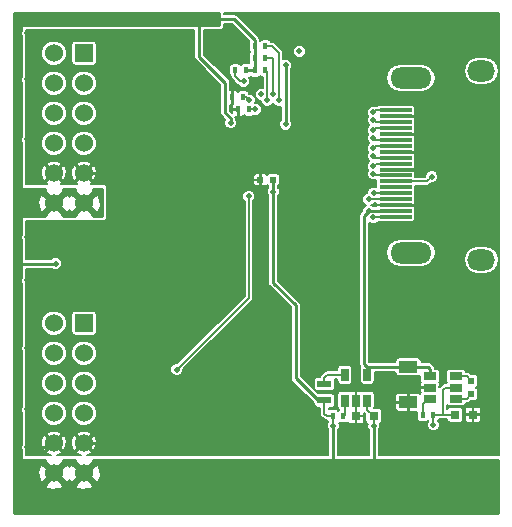
<source format=gtl>
G04 #@! TF.FileFunction,Copper,L1,Top,Signal*
%FSLAX46Y46*%
G04 Gerber Fmt 4.6, Leading zero omitted, Abs format (unit mm)*
G04 Created by KiCad (PCBNEW 4.0.6-e0-6349~53~ubuntu14.04.1) date Sat Jul 15 18:22:04 2017*
%MOMM*%
%LPD*%
G01*
G04 APERTURE LIST*
%ADD10C,0.350000*%
%ADD11R,0.800000X0.750000*%
%ADD12R,0.500000X0.600000*%
%ADD13R,1.600000X1.000000*%
%ADD14R,2.750000X0.330200*%
%ADD15O,3.500000X1.800000*%
%ADD16O,2.350000X1.800000*%
%ADD17R,1.198880X0.599440*%
%ADD18R,0.400000X0.600000*%
%ADD19R,0.650000X1.060000*%
%ADD20R,1.060000X0.650000*%
%ADD21R,0.600000X0.500000*%
%ADD22R,1.524000X1.524000*%
%ADD23C,1.524000*%
%ADD24C,0.500000*%
%ADD25C,0.250000*%
%ADD26C,0.127000*%
%ADD27C,0.200000*%
%ADD28C,0.254000*%
%ADD29C,0.250000*%
%ADD30O,2.750000X1.100000*%
%ADD31O,1.800000X1.100000*%
%ADD32C,0.350000*%
G04 APERTURE END LIST*
D10*
D11*
X111290800Y-104709600D03*
X109790800Y-104709600D03*
D12*
X119557800Y-101746600D03*
X119557800Y-102846600D03*
D11*
X118172800Y-104582600D03*
X119672800Y-104582600D03*
D13*
X114223800Y-100542600D03*
X114223800Y-103542600D03*
D14*
X113136000Y-83330000D03*
X113136000Y-82830000D03*
X113136000Y-82330000D03*
X113136000Y-81830000D03*
X113136000Y-81330000D03*
X113136000Y-80830000D03*
X113136000Y-80330000D03*
X113136000Y-79830000D03*
X113136000Y-79330000D03*
X113136000Y-78830000D03*
X113136000Y-83830000D03*
X113136000Y-84330000D03*
X113136000Y-84830000D03*
X113136000Y-85330000D03*
X113136000Y-85830000D03*
X113136000Y-86330000D03*
X113136000Y-86830000D03*
X113136000Y-87330000D03*
X113136000Y-87830000D03*
D15*
X114436000Y-90880000D03*
X114436000Y-76080000D03*
D16*
X120396000Y-91480000D03*
X120396000Y-75480000D03*
D17*
X107111800Y-101976560D03*
X107111800Y-103378640D03*
D18*
X108704800Y-104709600D03*
X107804800Y-104709600D03*
X115424800Y-104582600D03*
X116324800Y-104582600D03*
X99303000Y-77724000D03*
X100203000Y-77724000D03*
X101208000Y-73406000D03*
X102108000Y-73406000D03*
X100468000Y-75438000D03*
X99568000Y-75438000D03*
D19*
X108828800Y-103396600D03*
X109778800Y-103396600D03*
X110728800Y-103396600D03*
X110728800Y-101196600D03*
X108828800Y-101196600D03*
D20*
X116044800Y-101346600D03*
X116044800Y-102296600D03*
X116044800Y-103246600D03*
X118244800Y-103246600D03*
X118244800Y-101346600D03*
X118244800Y-102296600D03*
D21*
X101676200Y-84709000D03*
X102776200Y-84709000D03*
D18*
X101208000Y-75438000D03*
X102108000Y-75438000D03*
X101208000Y-74422000D03*
X102108000Y-74422000D03*
X100711000Y-78740000D03*
X99811000Y-78740000D03*
D22*
X86750000Y-73972000D03*
D23*
X84210000Y-73972000D03*
X86750000Y-76512000D03*
X84210000Y-76512000D03*
X86750000Y-79052000D03*
X84210000Y-79052000D03*
X86750000Y-81592000D03*
X84210000Y-81592000D03*
X86750000Y-84132000D03*
X84210000Y-84132000D03*
X86750000Y-86672000D03*
X84210000Y-86672000D03*
D22*
X86750000Y-96832000D03*
D23*
X84210000Y-96832000D03*
X86750000Y-99372000D03*
X84210000Y-99372000D03*
X86750000Y-101912000D03*
X84210000Y-101912000D03*
X86750000Y-104452000D03*
X84210000Y-104452000D03*
X86750000Y-106992000D03*
X84210000Y-106992000D03*
X86750000Y-109532000D03*
X84210000Y-109532000D03*
D24*
X104978200Y-73812400D03*
X103835200Y-75006200D03*
X103835200Y-79984600D03*
X84353400Y-91795600D03*
X102764000Y-85704000D03*
X107873800Y-105511600D03*
X111302800Y-105511600D03*
X116324800Y-105453600D03*
X99187000Y-79883000D03*
X110159800Y-85547200D03*
X110693200Y-83134200D03*
X110693200Y-81584800D03*
X110693200Y-80060800D03*
X106273600Y-80187800D03*
X106019600Y-81711800D03*
X105511600Y-83235800D03*
X110617000Y-84531200D03*
X109245400Y-84531200D03*
X107594400Y-84531200D03*
X105664000Y-84531200D03*
X100330000Y-74295000D03*
X98425000Y-74930000D03*
X97155000Y-72390000D03*
X99695000Y-72390000D03*
X100965000Y-71120000D03*
X102870000Y-71120000D03*
X104775000Y-71120000D03*
X106680000Y-71120000D03*
X108585000Y-71120000D03*
X110490000Y-71120000D03*
X112395000Y-71120000D03*
X114300000Y-71120000D03*
X116205000Y-71120000D03*
X118745000Y-71120000D03*
X120650000Y-71120000D03*
X120650000Y-73025000D03*
X120650000Y-76835000D03*
X120650000Y-78740000D03*
X120650000Y-80645000D03*
X120650000Y-82550000D03*
X120650000Y-84455012D03*
X120650000Y-86360000D03*
X120650000Y-88265000D03*
X120650000Y-90170000D03*
X107315000Y-78663800D03*
X82981800Y-81610200D03*
X82981800Y-79019400D03*
X83007200Y-76200000D03*
X83261200Y-73177400D03*
X86893400Y-72745600D03*
X87985600Y-74599800D03*
X93548200Y-75615800D03*
X94869000Y-76098400D03*
X97205800Y-76987400D03*
X98450400Y-79832200D03*
X97231200Y-84455000D03*
X94970600Y-84328000D03*
X95961200Y-83185000D03*
X94843600Y-81889600D03*
X94869000Y-80594200D03*
X94843600Y-79629000D03*
X94869000Y-78333600D03*
X94843600Y-77393800D03*
X89357200Y-82854800D03*
X87833200Y-83566000D03*
X85648800Y-83591400D03*
X84785200Y-82677000D03*
X84734400Y-80314800D03*
X87833200Y-79629000D03*
X87858600Y-78511400D03*
X87833200Y-82270600D03*
X87807800Y-81000600D03*
X87198200Y-75285600D03*
X86334600Y-75285600D03*
X86360000Y-80441800D03*
X87020400Y-80289400D03*
X85369400Y-79451200D03*
X85699600Y-78384400D03*
X84912200Y-77546200D03*
X85445600Y-74498200D03*
X84658200Y-75285600D03*
X91948000Y-84150200D03*
X92329000Y-82423000D03*
X91465400Y-80035400D03*
X91440000Y-82473800D03*
X92227400Y-77368400D03*
X92252800Y-78333600D03*
X92227400Y-80619600D03*
X92227400Y-79654400D03*
X88900000Y-75844400D03*
X108712000Y-90170002D03*
X108712004Y-92710000D03*
X107315000Y-83058000D03*
X109982000Y-83058000D03*
X109982000Y-81534000D03*
X107315000Y-81534000D03*
X107315000Y-80010000D03*
X109982000Y-80010000D03*
X109982000Y-78740000D03*
X107315000Y-77978000D03*
X109982000Y-77978000D03*
X115189000Y-77978000D03*
X115189000Y-86817200D03*
X115189000Y-83820000D03*
X115189000Y-82321400D03*
X115189000Y-80822800D03*
X89408000Y-101400009D03*
X97764600Y-82194400D03*
X95250000Y-72263008D03*
X91440000Y-72262996D03*
X88391988Y-72263000D03*
X85090000Y-72263008D03*
X81915000Y-72262976D03*
X81914994Y-107315000D03*
X81914998Y-104140000D03*
X81915008Y-98933000D03*
X81915008Y-93218000D03*
X81915000Y-89534988D03*
X88138000Y-77216000D03*
X88138000Y-78994036D03*
X115189000Y-88900000D03*
X111760000Y-88900000D03*
X81915000Y-81280000D03*
X81915000Y-76200000D03*
X88900000Y-87630000D03*
X91440000Y-87630000D03*
X91440000Y-85090000D03*
X95250000Y-87630000D03*
X95250000Y-85090000D03*
X95250000Y-73660000D03*
X91440000Y-73660000D03*
X88392000Y-73660000D03*
X104140000Y-90170000D03*
X99695000Y-90170000D03*
X95250000Y-90170000D03*
X90170000Y-90170000D03*
X83820000Y-90170000D03*
X83820000Y-92710000D03*
X90170000Y-92710000D03*
X95250000Y-92710000D03*
X95250000Y-107061000D03*
X90170000Y-107061000D03*
X108712000Y-85598000D03*
X100651500Y-83176500D03*
X89408000Y-102489000D03*
X106172000Y-87376000D03*
X106426000Y-85725000D03*
X95250000Y-75565000D03*
X95250000Y-77978000D03*
X95250000Y-80010000D03*
X95250000Y-82423000D03*
X91440000Y-75565000D03*
X91440000Y-77978000D03*
X99822000Y-92710000D03*
X104140000Y-92710000D03*
X119684800Y-103606600D03*
X114223800Y-102336600D03*
X109651800Y-102209600D03*
X104140000Y-85725000D03*
X102376500Y-81451500D03*
X100651500Y-81451500D03*
X102376500Y-83176500D03*
X115189000Y-79330000D03*
X111252000Y-87884000D03*
X110871000Y-87376000D03*
X116205000Y-84455000D03*
X111252000Y-83566000D03*
X111252000Y-82677000D03*
X111252000Y-82042000D03*
X111252000Y-81153000D03*
X111252000Y-80518000D03*
X111252000Y-79629000D03*
X111252000Y-78994000D03*
X111252000Y-84201000D03*
X111274000Y-85830000D03*
X110871000Y-86360000D03*
X102764000Y-77470000D03*
X101764000Y-77470000D03*
X102264000Y-77978000D03*
X103264000Y-77978000D03*
X100264000Y-76374875D03*
X100764000Y-77978000D03*
X94615000Y-100761800D03*
X100711000Y-86106000D03*
X101269800Y-78740000D03*
D25*
X103835200Y-79984600D02*
X103835200Y-75006200D01*
X107315000Y-109220000D02*
X106654600Y-108559600D01*
X106654600Y-108559600D02*
X87722400Y-108559600D01*
X87722400Y-108559600D02*
X86750000Y-109532000D01*
X99187000Y-79883000D02*
X99187000Y-79502000D01*
X99187000Y-79502000D02*
X98704400Y-79019400D01*
X98704400Y-79019400D02*
X98704400Y-76479400D01*
X99472000Y-71120000D02*
X101208000Y-72856000D01*
X101208000Y-72856000D02*
X101208000Y-73406000D01*
X98704400Y-76479400D02*
X96520000Y-74295000D01*
X96520000Y-74295000D02*
X96520000Y-71120000D01*
X96520000Y-71120000D02*
X99472000Y-71120000D01*
X84353400Y-91795600D02*
X81254600Y-91795600D01*
X106553640Y-103378640D02*
X104673400Y-101498400D01*
X104673400Y-101498400D02*
X104673400Y-95326200D01*
X107111800Y-103378640D02*
X106553640Y-103378640D01*
X110490000Y-109220000D02*
X107315000Y-109220000D01*
X111302800Y-108407200D02*
X110490000Y-109220000D01*
X111302800Y-105511600D02*
X111302800Y-108407200D01*
X107873800Y-108661200D02*
X107315000Y-109220000D01*
X107873800Y-105511600D02*
X107873800Y-108661200D01*
X102764000Y-93416800D02*
X104673400Y-95326200D01*
X102764000Y-85704000D02*
X102764000Y-93416800D01*
X102764000Y-85704000D02*
X102764000Y-84721200D01*
X101208000Y-74422000D02*
X101208000Y-73406000D01*
X101208000Y-75438000D02*
X101208000Y-74422000D01*
X100468000Y-75438000D02*
X101208000Y-75438000D01*
X84210000Y-109532000D02*
X84210000Y-109483000D01*
D26*
X107804800Y-105442600D02*
X107873800Y-105511600D01*
X107804800Y-104709600D02*
X107804800Y-105442600D01*
X107325800Y-104709600D02*
X107111800Y-104495600D01*
X107111800Y-104495600D02*
X107111800Y-103378640D01*
X107804800Y-104709600D02*
X107325800Y-104709600D01*
X110728800Y-103396600D02*
X110728800Y-104147600D01*
X110728800Y-104147600D02*
X111290800Y-104709600D01*
X111302800Y-105511600D02*
X111290800Y-105499600D01*
X111290800Y-105499600D02*
X111290800Y-104709600D01*
X116324800Y-104582600D02*
X116324800Y-105453600D01*
X116324800Y-104582600D02*
X117144800Y-104582600D01*
X117144800Y-104582600D02*
X118172800Y-104582600D01*
X117311800Y-102296600D02*
X117144800Y-102463600D01*
X117144800Y-102463600D02*
X117144800Y-104582600D01*
X118244800Y-102296600D02*
X117311800Y-102296600D01*
D25*
X99060000Y-74295000D02*
X100330000Y-74295000D01*
X98425000Y-74930000D02*
X99060000Y-74295000D01*
X99695000Y-72390000D02*
X97155000Y-72390000D01*
X104775000Y-71120000D02*
X102870000Y-71120000D01*
X108585000Y-71120000D02*
X106680000Y-71120000D01*
X112395000Y-71120000D02*
X110490000Y-71120000D01*
X116205000Y-71120000D02*
X114300000Y-71120000D01*
X120650000Y-71120000D02*
X118745000Y-71120000D01*
X118110000Y-73025000D02*
X120650000Y-73025000D01*
X118110000Y-76835000D02*
X118110000Y-73025000D01*
X120650000Y-76835000D02*
X118110000Y-76835000D01*
X120650000Y-78740000D02*
X120650000Y-76835000D01*
X120650000Y-80645000D02*
X120650000Y-78740000D01*
X120650000Y-84455012D02*
X120650000Y-82550000D01*
X120650000Y-86360000D02*
X120650000Y-84455012D01*
X119380000Y-88900000D02*
X120400001Y-89920001D01*
X120400001Y-89920001D02*
X120650000Y-90170000D01*
X115189000Y-88900000D02*
X119380000Y-88900000D01*
X107315000Y-78663800D02*
X107315000Y-80010000D01*
X107315000Y-77978000D02*
X107315000Y-78663800D01*
X82981800Y-79019400D02*
X82981800Y-81610200D01*
X81915000Y-76200000D02*
X83007200Y-76200000D01*
X84785200Y-82931000D02*
X85445600Y-83591400D01*
X85445600Y-83591400D02*
X85648800Y-83591400D01*
X84785200Y-82677000D02*
X84785200Y-82931000D01*
X88138000Y-81965800D02*
X87833200Y-82270600D01*
X88138000Y-84132000D02*
X88138000Y-82575400D01*
X88138000Y-82575400D02*
X87833200Y-82270600D01*
X88138000Y-78994036D02*
X88138000Y-81965800D01*
X86334600Y-75285600D02*
X87198200Y-75285600D01*
X85775800Y-75285600D02*
X86334600Y-75285600D01*
X85445600Y-74955400D02*
X85775800Y-75285600D01*
X85445600Y-74498200D02*
X85445600Y-74955400D01*
X91440000Y-80060800D02*
X91465400Y-80035400D01*
X91465400Y-80035400D02*
X91440000Y-80010000D01*
X91440000Y-80010000D02*
X91440000Y-77978000D01*
X91465400Y-80035400D02*
X91846400Y-80035400D01*
X91440000Y-82550000D02*
X91440000Y-80060800D01*
X91846400Y-80035400D02*
X92227400Y-79654400D01*
X91440000Y-82473800D02*
X91440000Y-85090000D01*
X92252800Y-78333600D02*
X91897200Y-77978000D01*
X91897200Y-77978000D02*
X91440000Y-77978000D01*
X88900000Y-75844400D02*
X89179400Y-75565000D01*
X89179400Y-75565000D02*
X91440000Y-75565000D01*
X107188000Y-84963000D02*
X106426000Y-85725000D01*
X107315000Y-83058000D02*
X107315000Y-84836000D01*
X107315000Y-84836000D02*
X107188000Y-84963000D01*
X107315000Y-83058000D02*
X107315000Y-81534000D01*
X109982000Y-81534000D02*
X109982000Y-83058000D01*
X109982000Y-80010000D02*
X109982000Y-81534000D01*
X107315000Y-81534000D02*
X107315000Y-80010000D01*
X109982000Y-78740000D02*
X109982000Y-80010000D01*
X109982000Y-77978000D02*
X109982000Y-78740000D01*
X109982000Y-77978000D02*
X107315000Y-77978000D01*
X109982000Y-77978000D02*
X115189000Y-77978000D01*
X115176200Y-86830000D02*
X113136000Y-86830000D01*
X115189000Y-86817200D02*
X115176200Y-86830000D01*
X115179000Y-83830000D02*
X113136000Y-83830000D01*
X115189000Y-83820000D02*
X115179000Y-83830000D01*
X115180400Y-82330000D02*
X115189000Y-82321400D01*
X113136000Y-82330000D02*
X115180400Y-82330000D01*
X115189000Y-80822800D02*
X115181800Y-80830000D01*
X115181800Y-80830000D02*
X113136000Y-80830000D01*
X81914994Y-107315000D02*
X83887000Y-107315000D01*
X83887000Y-107315000D02*
X84210000Y-106992000D01*
X102376500Y-83176500D02*
X102376500Y-81451500D01*
X104140000Y-85725000D02*
X104140000Y-83827500D01*
X104140000Y-83827500D02*
X103489000Y-83176500D01*
X103489000Y-83176500D02*
X102376500Y-83176500D01*
X89408000Y-102489000D02*
X89408000Y-101400009D01*
X100651500Y-82321400D02*
X100651500Y-81451500D01*
X100651500Y-83176500D02*
X100651500Y-82321400D01*
X100651500Y-82321400D02*
X97891600Y-82321400D01*
X97891600Y-82321400D02*
X97764600Y-82194400D01*
X95250000Y-73660000D02*
X95250000Y-72263008D01*
X91440000Y-73660000D02*
X91440000Y-72262996D01*
X88138000Y-76862447D02*
X88138000Y-77216000D01*
X88138000Y-73914000D02*
X88138000Y-76862447D01*
X88392000Y-73660000D02*
X88138000Y-73914000D01*
X88138000Y-77343000D02*
X88138000Y-77216000D01*
X88138000Y-78994000D02*
X88138000Y-77343000D01*
X88138000Y-77343000D02*
X88138000Y-78867000D01*
X88138000Y-78867000D02*
X88138000Y-78994000D01*
X88138000Y-78994000D02*
X88138000Y-78994036D01*
X88900000Y-84132000D02*
X89858000Y-84132000D01*
X88138000Y-84132000D02*
X88900000Y-84132000D01*
X88900000Y-84132000D02*
X88900000Y-87630000D01*
X91440000Y-85090000D02*
X91440000Y-87630000D01*
X95250000Y-87630000D02*
X95250000Y-90170000D01*
X95250000Y-85090000D02*
X95250000Y-87630000D01*
X95250000Y-82423000D02*
X95250000Y-85090000D01*
X95250000Y-75565000D02*
X95250000Y-73660000D01*
X91440000Y-73660000D02*
X95250000Y-73660000D01*
X91440000Y-75565000D02*
X91440000Y-73660000D01*
X88392000Y-73660000D02*
X91440000Y-73660000D01*
X86750000Y-84132000D02*
X88138000Y-84132000D01*
X90101000Y-106992000D02*
X90170000Y-107061000D01*
X86750000Y-106992000D02*
X90101000Y-106992000D01*
D26*
X100211500Y-83176500D02*
X100651500Y-83176500D01*
X101083500Y-83176500D02*
X100651500Y-83176500D01*
D25*
X89408000Y-104394000D02*
X89408000Y-102489000D01*
X86810000Y-106992000D02*
X89408000Y-104394000D01*
X86750000Y-106992000D02*
X86810000Y-106992000D01*
X106426000Y-87122000D02*
X106172000Y-87376000D01*
X106426000Y-85725000D02*
X106426000Y-87122000D01*
X104140000Y-92710000D02*
X104140000Y-87249000D01*
X104140000Y-85725000D02*
X104140000Y-87249000D01*
X95250000Y-77978000D02*
X95250000Y-75438000D01*
X95250000Y-80010000D02*
X95250000Y-77978000D01*
X95250000Y-82550000D02*
X95250000Y-80010000D01*
X91440000Y-82550000D02*
X95250000Y-82550000D01*
X91440000Y-77978000D02*
X91440000Y-75565000D01*
X89858000Y-84132000D02*
X91440000Y-82550000D01*
X113136000Y-79330000D02*
X115189000Y-79330000D01*
D26*
X119684800Y-103606600D02*
X119672800Y-103618600D01*
X119672800Y-103618600D02*
X119672800Y-104582600D01*
X114223800Y-103542600D02*
X114223800Y-102336600D01*
X114691800Y-102336600D02*
X114731800Y-102296600D01*
X114223800Y-102336600D02*
X114691800Y-102336600D01*
X114731800Y-102296600D02*
X116044800Y-102296600D01*
X109778800Y-102336600D02*
X109651800Y-102209600D01*
X109778800Y-103396600D02*
X109778800Y-102336600D01*
X109778800Y-103396600D02*
X109778800Y-104697600D01*
X109778800Y-104697600D02*
X109790800Y-104709600D01*
X100076000Y-83312000D02*
X100211500Y-83176500D01*
X100076000Y-83624000D02*
X100076000Y-83312000D01*
X100754000Y-81349000D02*
X100651500Y-81451500D01*
X102743000Y-83905000D02*
X102743000Y-83543000D01*
X102743000Y-83543000D02*
X102376500Y-83176500D01*
X100649000Y-81449000D02*
X100651500Y-81451500D01*
X114935000Y-86792000D02*
X114897000Y-86830000D01*
X114890000Y-80854000D02*
X114935000Y-80899000D01*
X113136000Y-86830000D02*
X114897000Y-86830000D01*
X113136000Y-79330000D02*
X114890000Y-79330000D01*
X114866000Y-80830000D02*
X114935000Y-80899000D01*
X113136000Y-80830000D02*
X114866000Y-80830000D01*
X114925000Y-83830000D02*
X114935000Y-83820000D01*
X113136000Y-83830000D02*
X114925000Y-83830000D01*
X119557800Y-101701600D02*
X119202800Y-101346600D01*
X119202800Y-101346600D02*
X118244800Y-101346600D01*
X119557800Y-101746600D02*
X119557800Y-101701600D01*
X119555800Y-102846600D02*
X119155800Y-103246600D01*
X119155800Y-103246600D02*
X118244800Y-103246600D01*
X119557800Y-102846600D02*
X119555800Y-102846600D01*
X111306000Y-87830000D02*
X111252000Y-87884000D01*
X113136000Y-87830000D02*
X111306000Y-87830000D01*
D25*
X110728800Y-100558600D02*
X110490000Y-100319800D01*
X110490000Y-100319800D02*
X110490000Y-87757000D01*
X110490000Y-87757000D02*
X110871000Y-87376000D01*
X110744800Y-100542600D02*
X114223800Y-100542600D01*
X110871000Y-87376000D02*
X113090000Y-87376000D01*
X113090000Y-87376000D02*
X113136000Y-87330000D01*
X110728800Y-101196600D02*
X110728800Y-100558600D01*
X112826800Y-100542600D02*
X110744800Y-100542600D01*
X110744800Y-100542600D02*
X110728800Y-100558600D01*
X115858800Y-100542600D02*
X116044800Y-100728600D01*
X116044800Y-100728600D02*
X116044800Y-101346600D01*
X114223800Y-100542600D02*
X115858800Y-100542600D01*
D26*
X115830000Y-84830000D02*
X116205000Y-84455000D01*
X114903600Y-84830000D02*
X115830000Y-84830000D01*
X113136000Y-84830000D02*
X114903600Y-84830000D01*
X111252000Y-83566000D02*
X111270000Y-83566000D01*
X113136000Y-83330000D02*
X111506000Y-83330000D01*
X111270000Y-83566000D02*
X111506000Y-83330000D01*
X111405000Y-82830000D02*
X111252000Y-82677000D01*
X113136000Y-82830000D02*
X111405000Y-82830000D01*
X111464000Y-81830000D02*
X111252000Y-82042000D01*
X113136000Y-81830000D02*
X111464000Y-81830000D01*
X111429000Y-81330000D02*
X111252000Y-81153000D01*
X113136000Y-81330000D02*
X111429000Y-81330000D01*
X113136000Y-80330000D02*
X111567000Y-80330000D01*
X111567000Y-80330000D02*
X111440000Y-80330000D01*
X111440000Y-80330000D02*
X111252000Y-80518000D01*
X111453000Y-79830000D02*
X111252000Y-79629000D01*
X113136000Y-79830000D02*
X111453000Y-79830000D01*
X111416000Y-78830000D02*
X111252000Y-78994000D01*
X113136000Y-78830000D02*
X111416000Y-78830000D01*
X111381000Y-84330000D02*
X111252000Y-84201000D01*
X113136000Y-84330000D02*
X111381000Y-84330000D01*
X113136000Y-85830000D02*
X111274000Y-85830000D01*
X110901000Y-86330000D02*
X110871000Y-86360000D01*
X113136000Y-86330000D02*
X110901000Y-86330000D01*
X107362800Y-101196600D02*
X107111800Y-101447600D01*
X107111800Y-101447600D02*
X107111800Y-101976560D01*
X108828800Y-101196600D02*
X107362800Y-101196600D01*
X102689000Y-74422000D02*
X102108000Y-74422000D01*
X102764000Y-77470000D02*
X102764000Y-74497000D01*
X102764000Y-74497000D02*
X102689000Y-74422000D01*
X102264000Y-75594000D02*
X102108000Y-75438000D01*
X102264000Y-77978000D02*
X102264000Y-75594000D01*
X102689000Y-73406000D02*
X102108000Y-73406000D01*
X103264000Y-77978000D02*
X103264000Y-73981000D01*
X103264000Y-73981000D02*
X102689000Y-73406000D01*
X99568000Y-75946000D02*
X99568000Y-75438000D01*
X100264000Y-76374875D02*
X99996875Y-76374875D01*
X99996875Y-76374875D02*
X99568000Y-75946000D01*
X100203000Y-77724000D02*
X100510000Y-77724000D01*
X100510000Y-77724000D02*
X100764000Y-77978000D01*
X94615000Y-100761800D02*
X100711000Y-94665800D01*
X100711000Y-94665800D02*
X100711000Y-86417098D01*
X100711000Y-86417098D02*
X100711000Y-86106000D01*
X108828800Y-103396600D02*
X108828800Y-104585600D01*
X108828800Y-104585600D02*
X108704800Y-104709600D01*
X115853800Y-103246600D02*
X115424800Y-103675600D01*
X115424800Y-103675600D02*
X115424800Y-104582600D01*
X116044800Y-103246600D02*
X115853800Y-103246600D01*
X101269800Y-78740000D02*
X100711000Y-78740000D01*
D27*
G36*
X121900000Y-108031000D02*
X111727800Y-108031000D01*
X111727800Y-105864481D01*
X111768795Y-105823557D01*
X111852704Y-105621482D01*
X111852895Y-105402678D01*
X111831389Y-105350629D01*
X111904079Y-105303855D01*
X111972578Y-105203603D01*
X111996677Y-105084600D01*
X111996677Y-104334600D01*
X111975758Y-104223427D01*
X111910055Y-104121321D01*
X111809803Y-104052822D01*
X111690800Y-104028723D01*
X111338996Y-104028723D01*
X111359677Y-103926600D01*
X111359677Y-103642600D01*
X113123800Y-103642600D01*
X113123800Y-104102274D01*
X113169472Y-104212537D01*
X113253864Y-104296928D01*
X113364127Y-104342600D01*
X114123800Y-104342600D01*
X114198800Y-104267600D01*
X114198800Y-103567600D01*
X113198800Y-103567600D01*
X113123800Y-103642600D01*
X111359677Y-103642600D01*
X111359677Y-102982926D01*
X113123800Y-102982926D01*
X113123800Y-103442600D01*
X113198800Y-103517600D01*
X114198800Y-103517600D01*
X114198800Y-102817600D01*
X114123800Y-102742600D01*
X113364127Y-102742600D01*
X113253864Y-102788272D01*
X113169472Y-102872663D01*
X113123800Y-102982926D01*
X111359677Y-102982926D01*
X111359677Y-102866600D01*
X111338758Y-102755427D01*
X111273055Y-102653321D01*
X111172803Y-102584822D01*
X111053800Y-102560723D01*
X110403800Y-102560723D01*
X110292627Y-102581642D01*
X110256270Y-102605037D01*
X110163473Y-102566600D01*
X109878800Y-102566600D01*
X109803800Y-102641600D01*
X109803800Y-103371600D01*
X109823800Y-103371600D01*
X109823800Y-103421600D01*
X109803800Y-103421600D01*
X109803800Y-104151600D01*
X109815800Y-104163600D01*
X109815800Y-104684600D01*
X110415800Y-104684600D01*
X110490800Y-104609600D01*
X110490800Y-104423666D01*
X110584923Y-104517789D01*
X110584923Y-105084600D01*
X110605842Y-105195773D01*
X110671545Y-105297879D01*
X110768505Y-105364128D01*
X110752896Y-105401718D01*
X110752705Y-105620522D01*
X110836261Y-105822743D01*
X110877800Y-105864355D01*
X110877800Y-108031000D01*
X108298800Y-108031000D01*
X108298800Y-105864481D01*
X108339795Y-105823557D01*
X108423704Y-105621482D01*
X108423895Y-105402678D01*
X108374803Y-105283866D01*
X108385797Y-105291378D01*
X108504800Y-105315477D01*
X108904800Y-105315477D01*
X109015973Y-105294558D01*
X109118079Y-105228855D01*
X109122908Y-105221788D01*
X109136472Y-105254536D01*
X109220863Y-105338928D01*
X109331126Y-105384600D01*
X109690800Y-105384600D01*
X109765800Y-105309600D01*
X109765800Y-104734600D01*
X109815800Y-104734600D01*
X109815800Y-105309600D01*
X109890800Y-105384600D01*
X110250474Y-105384600D01*
X110360737Y-105338928D01*
X110445128Y-105254536D01*
X110490800Y-105144273D01*
X110490800Y-104809600D01*
X110415800Y-104734600D01*
X109815800Y-104734600D01*
X109765800Y-104734600D01*
X109745800Y-104734600D01*
X109745800Y-104684600D01*
X109765800Y-104684600D01*
X109765800Y-104109600D01*
X109753800Y-104097600D01*
X109753800Y-103421600D01*
X109733800Y-103421600D01*
X109733800Y-103371600D01*
X109753800Y-103371600D01*
X109753800Y-102641600D01*
X109678800Y-102566600D01*
X109394127Y-102566600D01*
X109301990Y-102604764D01*
X109272803Y-102584822D01*
X109153800Y-102560723D01*
X108503800Y-102560723D01*
X108392627Y-102581642D01*
X108290521Y-102647345D01*
X108222022Y-102747597D01*
X108197923Y-102866600D01*
X108197923Y-103926600D01*
X108218842Y-104037773D01*
X108284545Y-104139879D01*
X108325966Y-104168181D01*
X108291521Y-104190345D01*
X108254796Y-104244094D01*
X108224055Y-104196321D01*
X108123803Y-104127822D01*
X108004800Y-104103723D01*
X107604800Y-104103723D01*
X107493627Y-104124642D01*
X107475300Y-104136435D01*
X107475300Y-103984237D01*
X107711240Y-103984237D01*
X107822413Y-103963318D01*
X107924519Y-103897615D01*
X107993018Y-103797363D01*
X108017117Y-103678360D01*
X108017117Y-103078920D01*
X107996198Y-102967747D01*
X107930495Y-102865641D01*
X107830243Y-102797142D01*
X107711240Y-102773043D01*
X106549083Y-102773043D01*
X105452880Y-101676840D01*
X106206483Y-101676840D01*
X106206483Y-102276280D01*
X106227402Y-102387453D01*
X106293105Y-102489559D01*
X106393357Y-102558058D01*
X106512360Y-102582157D01*
X107711240Y-102582157D01*
X107822413Y-102561238D01*
X107924519Y-102495535D01*
X107993018Y-102395283D01*
X108017117Y-102276280D01*
X108017117Y-101676840D01*
X107996198Y-101565667D01*
X107992616Y-101560100D01*
X108197923Y-101560100D01*
X108197923Y-101726600D01*
X108218842Y-101837773D01*
X108284545Y-101939879D01*
X108384797Y-102008378D01*
X108503800Y-102032477D01*
X109153800Y-102032477D01*
X109264973Y-102011558D01*
X109367079Y-101945855D01*
X109435578Y-101845603D01*
X109459677Y-101726600D01*
X109459677Y-100666600D01*
X109438758Y-100555427D01*
X109373055Y-100453321D01*
X109272803Y-100384822D01*
X109153800Y-100360723D01*
X108503800Y-100360723D01*
X108392627Y-100381642D01*
X108290521Y-100447345D01*
X108222022Y-100547597D01*
X108197923Y-100666600D01*
X108197923Y-100833100D01*
X107362800Y-100833100D01*
X107223695Y-100860770D01*
X107105767Y-100939566D01*
X106854767Y-101190567D01*
X106775970Y-101308494D01*
X106763544Y-101370963D01*
X106512360Y-101370963D01*
X106401187Y-101391882D01*
X106299081Y-101457585D01*
X106230582Y-101557837D01*
X106206483Y-101676840D01*
X105452880Y-101676840D01*
X105098400Y-101322360D01*
X105098400Y-95326200D01*
X105066049Y-95163560D01*
X104976339Y-95029300D01*
X104973920Y-95025679D01*
X103189000Y-93240760D01*
X103189000Y-87757000D01*
X110065000Y-87757000D01*
X110065000Y-100319800D01*
X110086538Y-100428080D01*
X110097351Y-100482441D01*
X110131560Y-100533638D01*
X110122022Y-100547597D01*
X110097923Y-100666600D01*
X110097923Y-101726600D01*
X110118842Y-101837773D01*
X110184545Y-101939879D01*
X110284797Y-102008378D01*
X110403800Y-102032477D01*
X111053800Y-102032477D01*
X111164973Y-102011558D01*
X111267079Y-101945855D01*
X111335578Y-101845603D01*
X111359677Y-101726600D01*
X111359677Y-100967600D01*
X113117923Y-100967600D01*
X113117923Y-101042600D01*
X113138842Y-101153773D01*
X113204545Y-101255879D01*
X113304797Y-101324378D01*
X113423800Y-101348477D01*
X115023800Y-101348477D01*
X115134973Y-101327558D01*
X115208923Y-101279973D01*
X115208923Y-101671600D01*
X115229842Y-101782773D01*
X115253237Y-101819130D01*
X115214800Y-101911927D01*
X115214800Y-102196600D01*
X115289800Y-102271600D01*
X116019800Y-102271600D01*
X116019800Y-102251600D01*
X116069800Y-102251600D01*
X116069800Y-102271600D01*
X116089800Y-102271600D01*
X116089800Y-102321600D01*
X116069800Y-102321600D01*
X116069800Y-102341600D01*
X116019800Y-102341600D01*
X116019800Y-102321600D01*
X115289800Y-102321600D01*
X115214800Y-102396600D01*
X115214800Y-102681273D01*
X115252964Y-102773410D01*
X115233022Y-102802597D01*
X115228819Y-102823354D01*
X115193736Y-102788272D01*
X115083473Y-102742600D01*
X114323800Y-102742600D01*
X114248800Y-102817600D01*
X114248800Y-103517600D01*
X114268800Y-103517600D01*
X114268800Y-103567600D01*
X114248800Y-103567600D01*
X114248800Y-104267600D01*
X114323800Y-104342600D01*
X114918923Y-104342600D01*
X114918923Y-104882600D01*
X114939842Y-104993773D01*
X115005545Y-105095879D01*
X115105797Y-105164378D01*
X115224800Y-105188477D01*
X115624800Y-105188477D01*
X115735973Y-105167558D01*
X115838079Y-105101855D01*
X115874804Y-105048106D01*
X115905195Y-105095334D01*
X115858805Y-105141643D01*
X115774896Y-105343718D01*
X115774705Y-105562522D01*
X115858261Y-105764743D01*
X116012843Y-105919595D01*
X116214918Y-106003504D01*
X116433722Y-106003695D01*
X116635943Y-105920139D01*
X116790795Y-105765557D01*
X116874704Y-105563482D01*
X116874895Y-105344678D01*
X116791339Y-105142457D01*
X116743251Y-105094285D01*
X116806578Y-105001603D01*
X116817818Y-104946100D01*
X117466923Y-104946100D01*
X117466923Y-104957600D01*
X117487842Y-105068773D01*
X117553545Y-105170879D01*
X117653797Y-105239378D01*
X117772800Y-105263477D01*
X118572800Y-105263477D01*
X118683973Y-105242558D01*
X118786079Y-105176855D01*
X118854578Y-105076603D01*
X118878677Y-104957600D01*
X118878677Y-104682600D01*
X118972800Y-104682600D01*
X118972800Y-105017273D01*
X119018472Y-105127536D01*
X119102863Y-105211928D01*
X119213126Y-105257600D01*
X119572800Y-105257600D01*
X119647800Y-105182600D01*
X119647800Y-104607600D01*
X119697800Y-104607600D01*
X119697800Y-105182600D01*
X119772800Y-105257600D01*
X120132474Y-105257600D01*
X120242737Y-105211928D01*
X120327128Y-105127536D01*
X120372800Y-105017273D01*
X120372800Y-104682600D01*
X120297800Y-104607600D01*
X119697800Y-104607600D01*
X119647800Y-104607600D01*
X119047800Y-104607600D01*
X118972800Y-104682600D01*
X118878677Y-104682600D01*
X118878677Y-104207600D01*
X118867449Y-104147927D01*
X118972800Y-104147927D01*
X118972800Y-104482600D01*
X119047800Y-104557600D01*
X119647800Y-104557600D01*
X119647800Y-103982600D01*
X119697800Y-103982600D01*
X119697800Y-104557600D01*
X120297800Y-104557600D01*
X120372800Y-104482600D01*
X120372800Y-104147927D01*
X120327128Y-104037664D01*
X120242737Y-103953272D01*
X120132474Y-103907600D01*
X119772800Y-103907600D01*
X119697800Y-103982600D01*
X119647800Y-103982600D01*
X119572800Y-103907600D01*
X119213126Y-103907600D01*
X119102863Y-103953272D01*
X119018472Y-104037664D01*
X118972800Y-104147927D01*
X118867449Y-104147927D01*
X118857758Y-104096427D01*
X118792055Y-103994321D01*
X118691803Y-103925822D01*
X118572800Y-103901723D01*
X117772800Y-103901723D01*
X117661627Y-103922642D01*
X117559521Y-103988345D01*
X117508300Y-104063310D01*
X117508300Y-103793594D01*
X117595797Y-103853378D01*
X117714800Y-103877477D01*
X118774800Y-103877477D01*
X118885973Y-103856558D01*
X118988079Y-103790855D01*
X119056578Y-103690603D01*
X119072880Y-103610100D01*
X119155800Y-103610100D01*
X119294906Y-103582430D01*
X119412833Y-103503633D01*
X119463989Y-103452477D01*
X119807800Y-103452477D01*
X119918973Y-103431558D01*
X120021079Y-103365855D01*
X120089578Y-103265603D01*
X120113677Y-103146600D01*
X120113677Y-102546600D01*
X120092758Y-102435427D01*
X120027055Y-102333321D01*
X119973306Y-102296596D01*
X120021079Y-102265855D01*
X120089578Y-102165603D01*
X120113677Y-102046600D01*
X120113677Y-101446600D01*
X120092758Y-101335427D01*
X120027055Y-101233321D01*
X119926803Y-101164822D01*
X119807800Y-101140723D01*
X119510989Y-101140723D01*
X119459833Y-101089567D01*
X119341906Y-101010770D01*
X119202800Y-100983100D01*
X119073433Y-100983100D01*
X119059758Y-100910427D01*
X118994055Y-100808321D01*
X118893803Y-100739822D01*
X118774800Y-100715723D01*
X117714800Y-100715723D01*
X117603627Y-100736642D01*
X117501521Y-100802345D01*
X117433022Y-100902597D01*
X117408923Y-101021600D01*
X117408923Y-101671600D01*
X117429842Y-101782773D01*
X117454523Y-101821129D01*
X117433022Y-101852597D01*
X117416720Y-101933100D01*
X117311800Y-101933100D01*
X117172695Y-101960770D01*
X117054767Y-102039566D01*
X116887767Y-102206567D01*
X116844314Y-102271598D01*
X116799802Y-102271598D01*
X116874800Y-102196600D01*
X116874800Y-101911927D01*
X116836636Y-101819790D01*
X116856578Y-101790603D01*
X116880677Y-101671600D01*
X116880677Y-101021600D01*
X116859758Y-100910427D01*
X116794055Y-100808321D01*
X116693803Y-100739822D01*
X116574800Y-100715723D01*
X116467239Y-100715723D01*
X116465153Y-100705240D01*
X116437449Y-100565959D01*
X116345321Y-100428080D01*
X116159320Y-100242080D01*
X116021441Y-100149951D01*
X115994457Y-100144584D01*
X115858800Y-100117600D01*
X115329677Y-100117600D01*
X115329677Y-100042600D01*
X115308758Y-99931427D01*
X115243055Y-99829321D01*
X115142803Y-99760822D01*
X115023800Y-99736723D01*
X113423800Y-99736723D01*
X113312627Y-99757642D01*
X113210521Y-99823345D01*
X113142022Y-99923597D01*
X113117923Y-100042600D01*
X113117923Y-100117600D01*
X110915000Y-100117600D01*
X110915000Y-90880000D01*
X112345838Y-90880000D01*
X112437183Y-91339220D01*
X112697310Y-91728528D01*
X113086618Y-91988655D01*
X113545838Y-92080000D01*
X115326162Y-92080000D01*
X115785382Y-91988655D01*
X116174690Y-91728528D01*
X116340750Y-91480000D01*
X118892103Y-91480000D01*
X118983448Y-91939220D01*
X119243575Y-92328528D01*
X119632883Y-92588655D01*
X120092103Y-92680000D01*
X120699897Y-92680000D01*
X121159117Y-92588655D01*
X121548425Y-92328528D01*
X121808552Y-91939220D01*
X121899897Y-91480000D01*
X121808552Y-91020780D01*
X121548425Y-90631472D01*
X121159117Y-90371345D01*
X120699897Y-90280000D01*
X120092103Y-90280000D01*
X119632883Y-90371345D01*
X119243575Y-90631472D01*
X118983448Y-91020780D01*
X118892103Y-91480000D01*
X116340750Y-91480000D01*
X116434817Y-91339220D01*
X116526162Y-90880000D01*
X116434817Y-90420780D01*
X116174690Y-90031472D01*
X115785382Y-89771345D01*
X115326162Y-89680000D01*
X113545838Y-89680000D01*
X113086618Y-89771345D01*
X112697310Y-90031472D01*
X112437183Y-90420780D01*
X112345838Y-90880000D01*
X110915000Y-90880000D01*
X110915000Y-88324908D01*
X110940043Y-88349995D01*
X111142118Y-88433904D01*
X111360922Y-88434095D01*
X111563143Y-88350539D01*
X111638990Y-88274824D01*
X111641997Y-88276878D01*
X111761000Y-88300977D01*
X114511000Y-88300977D01*
X114622173Y-88280058D01*
X114724279Y-88214355D01*
X114792778Y-88114103D01*
X114816877Y-87995100D01*
X114816877Y-87664900D01*
X114800315Y-87576883D01*
X114816877Y-87495100D01*
X114816877Y-87164900D01*
X114800792Y-87079418D01*
X114811000Y-87054774D01*
X114811000Y-86930000D01*
X114736000Y-86855000D01*
X113161000Y-86855000D01*
X113161000Y-86859023D01*
X113111000Y-86859023D01*
X113111000Y-86855000D01*
X111536000Y-86855000D01*
X111461000Y-86930000D01*
X111461000Y-86951000D01*
X111223881Y-86951000D01*
X111182957Y-86910005D01*
X111081799Y-86868000D01*
X111182143Y-86826539D01*
X111315414Y-86693500D01*
X111461000Y-86693500D01*
X111461000Y-86730000D01*
X111536000Y-86805000D01*
X113111000Y-86805000D01*
X113111000Y-86800977D01*
X113161000Y-86800977D01*
X113161000Y-86805000D01*
X114736000Y-86805000D01*
X114811000Y-86730000D01*
X114811000Y-86605226D01*
X114799969Y-86578594D01*
X114816877Y-86495100D01*
X114816877Y-86164900D01*
X114800315Y-86076883D01*
X114816877Y-85995100D01*
X114816877Y-85664900D01*
X114800315Y-85576883D01*
X114816877Y-85495100D01*
X114816877Y-85193500D01*
X115830000Y-85193500D01*
X115969106Y-85165830D01*
X116087033Y-85087033D01*
X116169097Y-85004969D01*
X116313922Y-85005095D01*
X116516143Y-84921539D01*
X116670995Y-84766957D01*
X116754904Y-84564882D01*
X116755095Y-84346078D01*
X116671539Y-84143857D01*
X116516957Y-83989005D01*
X116314882Y-83905096D01*
X116096078Y-83904905D01*
X115893857Y-83988461D01*
X115739005Y-84143043D01*
X115655096Y-84345118D01*
X115654990Y-84466500D01*
X114816877Y-84466500D01*
X114816877Y-84164900D01*
X114800792Y-84079418D01*
X114811000Y-84054774D01*
X114811000Y-83930000D01*
X114736000Y-83855000D01*
X113161000Y-83855000D01*
X113161000Y-83859023D01*
X113111000Y-83859023D01*
X113111000Y-83855000D01*
X113091000Y-83855000D01*
X113091000Y-83805000D01*
X113111000Y-83805000D01*
X113111000Y-83800977D01*
X113161000Y-83800977D01*
X113161000Y-83805000D01*
X114736000Y-83805000D01*
X114811000Y-83730000D01*
X114811000Y-83605226D01*
X114799969Y-83578594D01*
X114816877Y-83495100D01*
X114816877Y-83164900D01*
X114800315Y-83076883D01*
X114816877Y-82995100D01*
X114816877Y-82664900D01*
X114800792Y-82579418D01*
X114811000Y-82554774D01*
X114811000Y-82430000D01*
X114736000Y-82355000D01*
X113161000Y-82355000D01*
X113161000Y-82359023D01*
X113111000Y-82359023D01*
X113111000Y-82355000D01*
X113091000Y-82355000D01*
X113091000Y-82305000D01*
X113111000Y-82305000D01*
X113111000Y-82300977D01*
X113161000Y-82300977D01*
X113161000Y-82305000D01*
X114736000Y-82305000D01*
X114811000Y-82230000D01*
X114811000Y-82105226D01*
X114799969Y-82078594D01*
X114816877Y-81995100D01*
X114816877Y-81664900D01*
X114800315Y-81576883D01*
X114816877Y-81495100D01*
X114816877Y-81164900D01*
X114800792Y-81079418D01*
X114811000Y-81054774D01*
X114811000Y-80930000D01*
X114736000Y-80855000D01*
X113161000Y-80855000D01*
X113161000Y-80859023D01*
X113111000Y-80859023D01*
X113111000Y-80855000D01*
X113091000Y-80855000D01*
X113091000Y-80805000D01*
X113111000Y-80805000D01*
X113111000Y-80800977D01*
X113161000Y-80800977D01*
X113161000Y-80805000D01*
X114736000Y-80805000D01*
X114811000Y-80730000D01*
X114811000Y-80605226D01*
X114799969Y-80578594D01*
X114816877Y-80495100D01*
X114816877Y-80164900D01*
X114800315Y-80076883D01*
X114816877Y-79995100D01*
X114816877Y-79664900D01*
X114800792Y-79579418D01*
X114811000Y-79554774D01*
X114811000Y-79430000D01*
X114736000Y-79355000D01*
X113161000Y-79355000D01*
X113161000Y-79359023D01*
X113111000Y-79359023D01*
X113111000Y-79355000D01*
X113091000Y-79355000D01*
X113091000Y-79305000D01*
X113111000Y-79305000D01*
X113111000Y-79300977D01*
X113161000Y-79300977D01*
X113161000Y-79305000D01*
X114736000Y-79305000D01*
X114811000Y-79230000D01*
X114811000Y-79105226D01*
X114799969Y-79078594D01*
X114816877Y-78995100D01*
X114816877Y-78664900D01*
X114795958Y-78553727D01*
X114730255Y-78451621D01*
X114630003Y-78383122D01*
X114511000Y-78359023D01*
X111761000Y-78359023D01*
X111649827Y-78379942D01*
X111547721Y-78445645D01*
X111533471Y-78466500D01*
X111416000Y-78466500D01*
X111415890Y-78466522D01*
X111361882Y-78444096D01*
X111143078Y-78443905D01*
X110940857Y-78527461D01*
X110786005Y-78682043D01*
X110702096Y-78884118D01*
X110701905Y-79102922D01*
X110785461Y-79305143D01*
X110791683Y-79311375D01*
X110786005Y-79317043D01*
X110702096Y-79519118D01*
X110701905Y-79737922D01*
X110785461Y-79940143D01*
X110918682Y-80073597D01*
X110786005Y-80206043D01*
X110702096Y-80408118D01*
X110701905Y-80626922D01*
X110785461Y-80829143D01*
X110791683Y-80835375D01*
X110786005Y-80841043D01*
X110702096Y-81043118D01*
X110701905Y-81261922D01*
X110785461Y-81464143D01*
X110918682Y-81597597D01*
X110786005Y-81730043D01*
X110702096Y-81932118D01*
X110701905Y-82150922D01*
X110785461Y-82353143D01*
X110791683Y-82359375D01*
X110786005Y-82365043D01*
X110702096Y-82567118D01*
X110701905Y-82785922D01*
X110785461Y-82988143D01*
X110918682Y-83121597D01*
X110786005Y-83254043D01*
X110702096Y-83456118D01*
X110701905Y-83674922D01*
X110785461Y-83877143D01*
X110791683Y-83883375D01*
X110786005Y-83889043D01*
X110702096Y-84091118D01*
X110701905Y-84309922D01*
X110785461Y-84512143D01*
X110940043Y-84666995D01*
X111142118Y-84750904D01*
X111360922Y-84751095D01*
X111455123Y-84712172D01*
X111455123Y-84995100D01*
X111471685Y-85083117D01*
X111455123Y-85164900D01*
X111455123Y-85309678D01*
X111383882Y-85280096D01*
X111165078Y-85279905D01*
X110962857Y-85363461D01*
X110808005Y-85518043D01*
X110724096Y-85720118D01*
X110724004Y-85825637D01*
X110559857Y-85893461D01*
X110405005Y-86048043D01*
X110321096Y-86250118D01*
X110320905Y-86468922D01*
X110404461Y-86671143D01*
X110559043Y-86825995D01*
X110660201Y-86868000D01*
X110559857Y-86909461D01*
X110405005Y-87064043D01*
X110321096Y-87266118D01*
X110321045Y-87324915D01*
X110189480Y-87456480D01*
X110097351Y-87594359D01*
X110097351Y-87594360D01*
X110065000Y-87757000D01*
X103189000Y-87757000D01*
X103189000Y-86056881D01*
X103229995Y-86015957D01*
X103313904Y-85813882D01*
X103314095Y-85595078D01*
X103230539Y-85392857D01*
X103189000Y-85351245D01*
X103189000Y-85242911D01*
X103289479Y-85178255D01*
X103357978Y-85078003D01*
X103382077Y-84959000D01*
X103382077Y-84459000D01*
X103361158Y-84347827D01*
X103295455Y-84245721D01*
X103195203Y-84177222D01*
X103076200Y-84153123D01*
X102476200Y-84153123D01*
X102365027Y-84174042D01*
X102262921Y-84239745D01*
X102229753Y-84288289D01*
X102146137Y-84204672D01*
X102035874Y-84159000D01*
X101776200Y-84159000D01*
X101701200Y-84234000D01*
X101701200Y-84684000D01*
X101721200Y-84684000D01*
X101721200Y-84734000D01*
X101701200Y-84734000D01*
X101701200Y-85184000D01*
X101776200Y-85259000D01*
X102035874Y-85259000D01*
X102146137Y-85213328D01*
X102229632Y-85129832D01*
X102256945Y-85172279D01*
X102339000Y-85228345D01*
X102339000Y-85351119D01*
X102298005Y-85392043D01*
X102214096Y-85594118D01*
X102213905Y-85812922D01*
X102297461Y-86015143D01*
X102339000Y-86056755D01*
X102339000Y-93416800D01*
X102365984Y-93552457D01*
X102371351Y-93579441D01*
X102463480Y-93717320D01*
X104248400Y-95502241D01*
X104248400Y-101498400D01*
X104265965Y-101586706D01*
X104280751Y-101661041D01*
X104372880Y-101798920D01*
X106206483Y-103632523D01*
X106206483Y-103678360D01*
X106227402Y-103789533D01*
X106293105Y-103891639D01*
X106393357Y-103960138D01*
X106512360Y-103984237D01*
X106748300Y-103984237D01*
X106748300Y-104495600D01*
X106775970Y-104634706D01*
X106854767Y-104752633D01*
X107068767Y-104966634D01*
X107144555Y-105017273D01*
X107186695Y-105045430D01*
X107310291Y-105070015D01*
X107319842Y-105120773D01*
X107385545Y-105222879D01*
X107395369Y-105229592D01*
X107323896Y-105401718D01*
X107323705Y-105620522D01*
X107407261Y-105822743D01*
X107448800Y-105864355D01*
X107448800Y-108031000D01*
X87010501Y-108031000D01*
X87336930Y-107901935D01*
X87366063Y-107882469D01*
X87444730Y-107722085D01*
X86750000Y-107027355D01*
X86055270Y-107722085D01*
X86133937Y-107882469D01*
X86476729Y-108031000D01*
X84470501Y-108031000D01*
X84796930Y-107901935D01*
X84826063Y-107882469D01*
X84904730Y-107722085D01*
X84210000Y-107027355D01*
X83515270Y-107722085D01*
X83593937Y-107882469D01*
X83936729Y-108031000D01*
X81834000Y-108031000D01*
X81834000Y-107186036D01*
X83144721Y-107186036D01*
X83300065Y-107578930D01*
X83319531Y-107608063D01*
X83479915Y-107686730D01*
X84174645Y-106992000D01*
X84245355Y-106992000D01*
X84940085Y-107686730D01*
X85100469Y-107608063D01*
X85268443Y-107220399D01*
X85268999Y-107186036D01*
X85684721Y-107186036D01*
X85840065Y-107578930D01*
X85859531Y-107608063D01*
X86019915Y-107686730D01*
X86714645Y-106992000D01*
X86785355Y-106992000D01*
X87480085Y-107686730D01*
X87640469Y-107608063D01*
X87808443Y-107220399D01*
X87815279Y-106797964D01*
X87659935Y-106405070D01*
X87640469Y-106375937D01*
X87480085Y-106297270D01*
X86785355Y-106992000D01*
X86714645Y-106992000D01*
X86019915Y-106297270D01*
X85859531Y-106375937D01*
X85691557Y-106763601D01*
X85684721Y-107186036D01*
X85268999Y-107186036D01*
X85275279Y-106797964D01*
X85119935Y-106405070D01*
X85100469Y-106375937D01*
X84940085Y-106297270D01*
X84245355Y-106992000D01*
X84174645Y-106992000D01*
X83479915Y-106297270D01*
X83319531Y-106375937D01*
X83151557Y-106763601D01*
X83144721Y-107186036D01*
X81834000Y-107186036D01*
X81834000Y-106261915D01*
X83515270Y-106261915D01*
X84210000Y-106956645D01*
X84904730Y-106261915D01*
X86055270Y-106261915D01*
X86750000Y-106956645D01*
X87444730Y-106261915D01*
X87366063Y-106101531D01*
X86978399Y-105933557D01*
X86555964Y-105926721D01*
X86163070Y-106082065D01*
X86133937Y-106101531D01*
X86055270Y-106261915D01*
X84904730Y-106261915D01*
X84826063Y-106101531D01*
X84438399Y-105933557D01*
X84015964Y-105926721D01*
X83623070Y-106082065D01*
X83593937Y-106101531D01*
X83515270Y-106261915D01*
X81834000Y-106261915D01*
X81834000Y-104662318D01*
X83147816Y-104662318D01*
X83309155Y-105052789D01*
X83607640Y-105351795D01*
X83997828Y-105513815D01*
X84420318Y-105514184D01*
X84810789Y-105352845D01*
X85109795Y-105054360D01*
X85271815Y-104664172D01*
X85271816Y-104662318D01*
X85687816Y-104662318D01*
X85849155Y-105052789D01*
X86147640Y-105351795D01*
X86537828Y-105513815D01*
X86960318Y-105514184D01*
X87350789Y-105352845D01*
X87649795Y-105054360D01*
X87811815Y-104664172D01*
X87812184Y-104241682D01*
X87650845Y-103851211D01*
X87352360Y-103552205D01*
X86962172Y-103390185D01*
X86539682Y-103389816D01*
X86149211Y-103551155D01*
X85850205Y-103849640D01*
X85688185Y-104239828D01*
X85687816Y-104662318D01*
X85271816Y-104662318D01*
X85272184Y-104241682D01*
X85110845Y-103851211D01*
X84812360Y-103552205D01*
X84422172Y-103390185D01*
X83999682Y-103389816D01*
X83609211Y-103551155D01*
X83310205Y-103849640D01*
X83148185Y-104239828D01*
X83147816Y-104662318D01*
X81834000Y-104662318D01*
X81834000Y-102122318D01*
X83147816Y-102122318D01*
X83309155Y-102512789D01*
X83607640Y-102811795D01*
X83997828Y-102973815D01*
X84420318Y-102974184D01*
X84810789Y-102812845D01*
X85109795Y-102514360D01*
X85271815Y-102124172D01*
X85271816Y-102122318D01*
X85687816Y-102122318D01*
X85849155Y-102512789D01*
X86147640Y-102811795D01*
X86537828Y-102973815D01*
X86960318Y-102974184D01*
X87350789Y-102812845D01*
X87649795Y-102514360D01*
X87811815Y-102124172D01*
X87812184Y-101701682D01*
X87650845Y-101311211D01*
X87352360Y-101012205D01*
X87011631Y-100870722D01*
X94064905Y-100870722D01*
X94148461Y-101072943D01*
X94303043Y-101227795D01*
X94505118Y-101311704D01*
X94723922Y-101311895D01*
X94926143Y-101228339D01*
X95080995Y-101073757D01*
X95164904Y-100871682D01*
X95165031Y-100725835D01*
X100968033Y-94922833D01*
X101046830Y-94804905D01*
X101074500Y-94665800D01*
X101074500Y-86520273D01*
X101176995Y-86417957D01*
X101260904Y-86215882D01*
X101261095Y-85997078D01*
X101177539Y-85794857D01*
X101022957Y-85640005D01*
X100820882Y-85556096D01*
X100602078Y-85555905D01*
X100399857Y-85639461D01*
X100245005Y-85794043D01*
X100161096Y-85996118D01*
X100160905Y-86214922D01*
X100244461Y-86417143D01*
X100347500Y-86520362D01*
X100347500Y-94515234D01*
X94650903Y-100211831D01*
X94506078Y-100211705D01*
X94303857Y-100295261D01*
X94149005Y-100449843D01*
X94065096Y-100651918D01*
X94064905Y-100870722D01*
X87011631Y-100870722D01*
X86962172Y-100850185D01*
X86539682Y-100849816D01*
X86149211Y-101011155D01*
X85850205Y-101309640D01*
X85688185Y-101699828D01*
X85687816Y-102122318D01*
X85271816Y-102122318D01*
X85272184Y-101701682D01*
X85110845Y-101311211D01*
X84812360Y-101012205D01*
X84422172Y-100850185D01*
X83999682Y-100849816D01*
X83609211Y-101011155D01*
X83310205Y-101309640D01*
X83148185Y-101699828D01*
X83147816Y-102122318D01*
X81834000Y-102122318D01*
X81834000Y-99582318D01*
X83147816Y-99582318D01*
X83309155Y-99972789D01*
X83607640Y-100271795D01*
X83997828Y-100433815D01*
X84420318Y-100434184D01*
X84810789Y-100272845D01*
X85109795Y-99974360D01*
X85271815Y-99584172D01*
X85271816Y-99582318D01*
X85687816Y-99582318D01*
X85849155Y-99972789D01*
X86147640Y-100271795D01*
X86537828Y-100433815D01*
X86960318Y-100434184D01*
X87350789Y-100272845D01*
X87649795Y-99974360D01*
X87811815Y-99584172D01*
X87812184Y-99161682D01*
X87650845Y-98771211D01*
X87352360Y-98472205D01*
X86962172Y-98310185D01*
X86539682Y-98309816D01*
X86149211Y-98471155D01*
X85850205Y-98769640D01*
X85688185Y-99159828D01*
X85687816Y-99582318D01*
X85271816Y-99582318D01*
X85272184Y-99161682D01*
X85110845Y-98771211D01*
X84812360Y-98472205D01*
X84422172Y-98310185D01*
X83999682Y-98309816D01*
X83609211Y-98471155D01*
X83310205Y-98769640D01*
X83148185Y-99159828D01*
X83147816Y-99582318D01*
X81834000Y-99582318D01*
X81834000Y-97042318D01*
X83147816Y-97042318D01*
X83309155Y-97432789D01*
X83607640Y-97731795D01*
X83997828Y-97893815D01*
X84420318Y-97894184D01*
X84810789Y-97732845D01*
X85109795Y-97434360D01*
X85271815Y-97044172D01*
X85272184Y-96621682D01*
X85110845Y-96231211D01*
X84949915Y-96070000D01*
X85682123Y-96070000D01*
X85682123Y-97594000D01*
X85703042Y-97705173D01*
X85768745Y-97807279D01*
X85868997Y-97875778D01*
X85988000Y-97899877D01*
X87512000Y-97899877D01*
X87623173Y-97878958D01*
X87725279Y-97813255D01*
X87793778Y-97713003D01*
X87817877Y-97594000D01*
X87817877Y-96070000D01*
X87796958Y-95958827D01*
X87731255Y-95856721D01*
X87631003Y-95788222D01*
X87512000Y-95764123D01*
X85988000Y-95764123D01*
X85876827Y-95785042D01*
X85774721Y-95850745D01*
X85706222Y-95950997D01*
X85682123Y-96070000D01*
X84949915Y-96070000D01*
X84812360Y-95932205D01*
X84422172Y-95770185D01*
X83999682Y-95769816D01*
X83609211Y-95931155D01*
X83310205Y-96229640D01*
X83148185Y-96619828D01*
X83147816Y-97042318D01*
X81834000Y-97042318D01*
X81834000Y-92220600D01*
X84000519Y-92220600D01*
X84041443Y-92261595D01*
X84243518Y-92345504D01*
X84462322Y-92345695D01*
X84664543Y-92262139D01*
X84819395Y-92107557D01*
X84903304Y-91905482D01*
X84903495Y-91686678D01*
X84819939Y-91484457D01*
X84665357Y-91329605D01*
X84463282Y-91245696D01*
X84244478Y-91245505D01*
X84042257Y-91329061D01*
X84000645Y-91370600D01*
X81834000Y-91370600D01*
X81834000Y-88184000D01*
X88392000Y-88184000D01*
X88501037Y-88163483D01*
X88601181Y-88099042D01*
X88668364Y-88000717D01*
X88692000Y-87884000D01*
X88692000Y-85344000D01*
X88671483Y-85234963D01*
X88607042Y-85134819D01*
X88508717Y-85067636D01*
X88392000Y-85044000D01*
X87331707Y-85044000D01*
X87336930Y-85041935D01*
X87366063Y-85022469D01*
X87444730Y-84862085D01*
X86750000Y-84167355D01*
X86055270Y-84862085D01*
X86133937Y-85022469D01*
X86183628Y-85044000D01*
X84791707Y-85044000D01*
X84796930Y-85041935D01*
X84826063Y-85022469D01*
X84904730Y-84862085D01*
X84210000Y-84167355D01*
X83515270Y-84862085D01*
X83593937Y-85022469D01*
X83643628Y-85044000D01*
X81834000Y-85044000D01*
X81834000Y-84326036D01*
X83144721Y-84326036D01*
X83300065Y-84718930D01*
X83319531Y-84748063D01*
X83479915Y-84826730D01*
X84174645Y-84132000D01*
X84245355Y-84132000D01*
X84940085Y-84826730D01*
X85100469Y-84748063D01*
X85268443Y-84360399D01*
X85268999Y-84326036D01*
X85684721Y-84326036D01*
X85840065Y-84718930D01*
X85859531Y-84748063D01*
X86019915Y-84826730D01*
X86714645Y-84132000D01*
X86785355Y-84132000D01*
X87480085Y-84826730D01*
X87516232Y-84809000D01*
X101076200Y-84809000D01*
X101076200Y-85018673D01*
X101121872Y-85128936D01*
X101206263Y-85213328D01*
X101316526Y-85259000D01*
X101576200Y-85259000D01*
X101651200Y-85184000D01*
X101651200Y-84734000D01*
X101151200Y-84734000D01*
X101076200Y-84809000D01*
X87516232Y-84809000D01*
X87640469Y-84748063D01*
X87791575Y-84399327D01*
X101076200Y-84399327D01*
X101076200Y-84609000D01*
X101151200Y-84684000D01*
X101651200Y-84684000D01*
X101651200Y-84234000D01*
X101576200Y-84159000D01*
X101316526Y-84159000D01*
X101206263Y-84204672D01*
X101121872Y-84289064D01*
X101076200Y-84399327D01*
X87791575Y-84399327D01*
X87808443Y-84360399D01*
X87815279Y-83937964D01*
X87659935Y-83545070D01*
X87640469Y-83515937D01*
X87480085Y-83437270D01*
X86785355Y-84132000D01*
X86714645Y-84132000D01*
X86019915Y-83437270D01*
X85859531Y-83515937D01*
X85691557Y-83903601D01*
X85684721Y-84326036D01*
X85268999Y-84326036D01*
X85275279Y-83937964D01*
X85119935Y-83545070D01*
X85100469Y-83515937D01*
X84940085Y-83437270D01*
X84245355Y-84132000D01*
X84174645Y-84132000D01*
X83479915Y-83437270D01*
X83319531Y-83515937D01*
X83151557Y-83903601D01*
X83144721Y-84326036D01*
X81834000Y-84326036D01*
X81834000Y-83401915D01*
X83515270Y-83401915D01*
X84210000Y-84096645D01*
X84904730Y-83401915D01*
X86055270Y-83401915D01*
X86750000Y-84096645D01*
X87444730Y-83401915D01*
X87366063Y-83241531D01*
X86978399Y-83073557D01*
X86555964Y-83066721D01*
X86163070Y-83222065D01*
X86133937Y-83241531D01*
X86055270Y-83401915D01*
X84904730Y-83401915D01*
X84826063Y-83241531D01*
X84438399Y-83073557D01*
X84015964Y-83066721D01*
X83623070Y-83222065D01*
X83593937Y-83241531D01*
X83515270Y-83401915D01*
X81834000Y-83401915D01*
X81834000Y-81802318D01*
X83147816Y-81802318D01*
X83309155Y-82192789D01*
X83607640Y-82491795D01*
X83997828Y-82653815D01*
X84420318Y-82654184D01*
X84810789Y-82492845D01*
X85109795Y-82194360D01*
X85271815Y-81804172D01*
X85271816Y-81802318D01*
X85687816Y-81802318D01*
X85849155Y-82192789D01*
X86147640Y-82491795D01*
X86537828Y-82653815D01*
X86960318Y-82654184D01*
X87350789Y-82492845D01*
X87649795Y-82194360D01*
X87811815Y-81804172D01*
X87812184Y-81381682D01*
X87650845Y-80991211D01*
X87352360Y-80692205D01*
X86962172Y-80530185D01*
X86539682Y-80529816D01*
X86149211Y-80691155D01*
X85850205Y-80989640D01*
X85688185Y-81379828D01*
X85687816Y-81802318D01*
X85271816Y-81802318D01*
X85272184Y-81381682D01*
X85110845Y-80991211D01*
X84812360Y-80692205D01*
X84422172Y-80530185D01*
X83999682Y-80529816D01*
X83609211Y-80691155D01*
X83310205Y-80989640D01*
X83148185Y-81379828D01*
X83147816Y-81802318D01*
X81834000Y-81802318D01*
X81834000Y-79262318D01*
X83147816Y-79262318D01*
X83309155Y-79652789D01*
X83607640Y-79951795D01*
X83997828Y-80113815D01*
X84420318Y-80114184D01*
X84810789Y-79952845D01*
X85109795Y-79654360D01*
X85271815Y-79264172D01*
X85271816Y-79262318D01*
X85687816Y-79262318D01*
X85849155Y-79652789D01*
X86147640Y-79951795D01*
X86537828Y-80113815D01*
X86960318Y-80114184D01*
X87350789Y-79952845D01*
X87649795Y-79654360D01*
X87811815Y-79264172D01*
X87812184Y-78841682D01*
X87650845Y-78451211D01*
X87352360Y-78152205D01*
X86962172Y-77990185D01*
X86539682Y-77989816D01*
X86149211Y-78151155D01*
X85850205Y-78449640D01*
X85688185Y-78839828D01*
X85687816Y-79262318D01*
X85271816Y-79262318D01*
X85272184Y-78841682D01*
X85110845Y-78451211D01*
X84812360Y-78152205D01*
X84422172Y-77990185D01*
X83999682Y-77989816D01*
X83609211Y-78151155D01*
X83310205Y-78449640D01*
X83148185Y-78839828D01*
X83147816Y-79262318D01*
X81834000Y-79262318D01*
X81834000Y-76722318D01*
X83147816Y-76722318D01*
X83309155Y-77112789D01*
X83607640Y-77411795D01*
X83997828Y-77573815D01*
X84420318Y-77574184D01*
X84810789Y-77412845D01*
X85109795Y-77114360D01*
X85271815Y-76724172D01*
X85271816Y-76722318D01*
X85687816Y-76722318D01*
X85849155Y-77112789D01*
X86147640Y-77411795D01*
X86537828Y-77573815D01*
X86960318Y-77574184D01*
X87350789Y-77412845D01*
X87649795Y-77114360D01*
X87811815Y-76724172D01*
X87812184Y-76301682D01*
X87650845Y-75911211D01*
X87352360Y-75612205D01*
X86962172Y-75450185D01*
X86539682Y-75449816D01*
X86149211Y-75611155D01*
X85850205Y-75909640D01*
X85688185Y-76299828D01*
X85687816Y-76722318D01*
X85271816Y-76722318D01*
X85272184Y-76301682D01*
X85110845Y-75911211D01*
X84812360Y-75612205D01*
X84422172Y-75450185D01*
X83999682Y-75449816D01*
X83609211Y-75611155D01*
X83310205Y-75909640D01*
X83148185Y-76299828D01*
X83147816Y-76722318D01*
X81834000Y-76722318D01*
X81834000Y-74182318D01*
X83147816Y-74182318D01*
X83309155Y-74572789D01*
X83607640Y-74871795D01*
X83997828Y-75033815D01*
X84420318Y-75034184D01*
X84810789Y-74872845D01*
X85109795Y-74574360D01*
X85271815Y-74184172D01*
X85272184Y-73761682D01*
X85110845Y-73371211D01*
X84949915Y-73210000D01*
X85682123Y-73210000D01*
X85682123Y-74734000D01*
X85703042Y-74845173D01*
X85768745Y-74947279D01*
X85868997Y-75015778D01*
X85988000Y-75039877D01*
X87512000Y-75039877D01*
X87623173Y-75018958D01*
X87725279Y-74953255D01*
X87793778Y-74853003D01*
X87817877Y-74734000D01*
X87817877Y-73210000D01*
X87796958Y-73098827D01*
X87731255Y-72996721D01*
X87631003Y-72928222D01*
X87512000Y-72904123D01*
X85988000Y-72904123D01*
X85876827Y-72925042D01*
X85774721Y-72990745D01*
X85706222Y-73090997D01*
X85682123Y-73210000D01*
X84949915Y-73210000D01*
X84812360Y-73072205D01*
X84422172Y-72910185D01*
X83999682Y-72909816D01*
X83609211Y-73071155D01*
X83310205Y-73369640D01*
X83148185Y-73759828D01*
X83147816Y-74182318D01*
X81834000Y-74182318D01*
X81834000Y-72055000D01*
X96095000Y-72055000D01*
X96095000Y-74295000D01*
X96107511Y-74357895D01*
X96127351Y-74457641D01*
X96219480Y-74595520D01*
X98279400Y-76655440D01*
X98279400Y-79019400D01*
X98305611Y-79151173D01*
X98311751Y-79182041D01*
X98403880Y-79319920D01*
X98701640Y-79617680D01*
X98637096Y-79773118D01*
X98636905Y-79991922D01*
X98720461Y-80194143D01*
X98875043Y-80348995D01*
X99077118Y-80432904D01*
X99295922Y-80433095D01*
X99498143Y-80349539D01*
X99652995Y-80194957D01*
X99736904Y-79992882D01*
X99737095Y-79774078D01*
X99653539Y-79571857D01*
X99612000Y-79530245D01*
X99612000Y-79502000D01*
X99579776Y-79340000D01*
X99711000Y-79340000D01*
X99786000Y-79265000D01*
X99786000Y-78765000D01*
X99386000Y-78765000D01*
X99311000Y-78840000D01*
X99311000Y-79024959D01*
X99129400Y-78843360D01*
X99129400Y-78380327D01*
X99311000Y-78380327D01*
X99311000Y-78640000D01*
X99386000Y-78715000D01*
X99786000Y-78715000D01*
X99786000Y-78695000D01*
X99836000Y-78695000D01*
X99836000Y-78715000D01*
X99856000Y-78715000D01*
X99856000Y-78765000D01*
X99836000Y-78765000D01*
X99836000Y-79265000D01*
X99911000Y-79340000D01*
X100070674Y-79340000D01*
X100180937Y-79294328D01*
X100264432Y-79210832D01*
X100291745Y-79253279D01*
X100391997Y-79321778D01*
X100511000Y-79345877D01*
X100911000Y-79345877D01*
X101022173Y-79324958D01*
X101109308Y-79268889D01*
X101159918Y-79289904D01*
X101378722Y-79290095D01*
X101580943Y-79206539D01*
X101735795Y-79051957D01*
X101819704Y-78849882D01*
X101819895Y-78631078D01*
X101736339Y-78428857D01*
X101581757Y-78274005D01*
X101379682Y-78190096D01*
X101271500Y-78190002D01*
X101313904Y-78087882D01*
X101314095Y-77869078D01*
X101230539Y-77666857D01*
X101075957Y-77512005D01*
X100873882Y-77428096D01*
X100708877Y-77427952D01*
X100708877Y-77424000D01*
X100687958Y-77312827D01*
X100622255Y-77210721D01*
X100522003Y-77142222D01*
X100403000Y-77118123D01*
X100003000Y-77118123D01*
X99891827Y-77139042D01*
X99789721Y-77204745D01*
X99756553Y-77253289D01*
X99672937Y-77169672D01*
X99562674Y-77124000D01*
X99403000Y-77124000D01*
X99328000Y-77199000D01*
X99328000Y-77699000D01*
X99348000Y-77699000D01*
X99348000Y-77749000D01*
X99328000Y-77749000D01*
X99328000Y-78249000D01*
X99354444Y-78275444D01*
X99311000Y-78380327D01*
X99129400Y-78380327D01*
X99129400Y-78324000D01*
X99203000Y-78324000D01*
X99278000Y-78249000D01*
X99278000Y-77749000D01*
X99258000Y-77749000D01*
X99258000Y-77699000D01*
X99278000Y-77699000D01*
X99278000Y-77199000D01*
X99203000Y-77124000D01*
X99129400Y-77124000D01*
X99129400Y-76479400D01*
X99097049Y-76316760D01*
X99097049Y-76316759D01*
X99004920Y-76178880D01*
X96945000Y-74118960D01*
X96945000Y-72055000D01*
X98298000Y-72055000D01*
X98407037Y-72034483D01*
X98507181Y-71970042D01*
X98574364Y-71871717D01*
X98598000Y-71755000D01*
X98598000Y-71545000D01*
X99295960Y-71545000D01*
X100730985Y-72980026D01*
X100726222Y-72986997D01*
X100702123Y-73106000D01*
X100702123Y-73706000D01*
X100723042Y-73817173D01*
X100783000Y-73910351D01*
X100783000Y-73919899D01*
X100726222Y-74002997D01*
X100702123Y-74122000D01*
X100702123Y-74722000D01*
X100723042Y-74833173D01*
X100730512Y-74844782D01*
X100668000Y-74832123D01*
X100268000Y-74832123D01*
X100156827Y-74853042D01*
X100054721Y-74918745D01*
X100017996Y-74972494D01*
X99987255Y-74924721D01*
X99887003Y-74856222D01*
X99768000Y-74832123D01*
X99368000Y-74832123D01*
X99256827Y-74853042D01*
X99154721Y-74918745D01*
X99086222Y-75018997D01*
X99062123Y-75138000D01*
X99062123Y-75738000D01*
X99083042Y-75849173D01*
X99148745Y-75951279D01*
X99214485Y-75996197D01*
X99232170Y-76085106D01*
X99310967Y-76203033D01*
X99739842Y-76631908D01*
X99788551Y-76664454D01*
X99797461Y-76686018D01*
X99952043Y-76840870D01*
X100154118Y-76924779D01*
X100372922Y-76924970D01*
X100575143Y-76841414D01*
X100729995Y-76686832D01*
X100813904Y-76484757D01*
X100814095Y-76265953D01*
X100730539Y-76063732D01*
X100703963Y-76037110D01*
X100779173Y-76022958D01*
X100838129Y-75985021D01*
X100888997Y-76019778D01*
X101008000Y-76043877D01*
X101408000Y-76043877D01*
X101519173Y-76022958D01*
X101621279Y-75957255D01*
X101658004Y-75903506D01*
X101688745Y-75951279D01*
X101788997Y-76019778D01*
X101900500Y-76042358D01*
X101900500Y-76931149D01*
X101873882Y-76920096D01*
X101655078Y-76919905D01*
X101452857Y-77003461D01*
X101298005Y-77158043D01*
X101214096Y-77360118D01*
X101213905Y-77578922D01*
X101297461Y-77781143D01*
X101452043Y-77935995D01*
X101654118Y-78019904D01*
X101713963Y-78019956D01*
X101713905Y-78086922D01*
X101797461Y-78289143D01*
X101952043Y-78443995D01*
X102154118Y-78527904D01*
X102372922Y-78528095D01*
X102575143Y-78444539D01*
X102729995Y-78289957D01*
X102763980Y-78208112D01*
X102797461Y-78289143D01*
X102952043Y-78443995D01*
X103154118Y-78527904D01*
X103372922Y-78528095D01*
X103410200Y-78512692D01*
X103410200Y-79631719D01*
X103369205Y-79672643D01*
X103285296Y-79874718D01*
X103285105Y-80093522D01*
X103368661Y-80295743D01*
X103523243Y-80450595D01*
X103725318Y-80534504D01*
X103944122Y-80534695D01*
X104146343Y-80451139D01*
X104301195Y-80296557D01*
X104385104Y-80094482D01*
X104385295Y-79875678D01*
X104301739Y-79673457D01*
X104260200Y-79631845D01*
X104260200Y-76080000D01*
X112345838Y-76080000D01*
X112437183Y-76539220D01*
X112697310Y-76928528D01*
X113086618Y-77188655D01*
X113545838Y-77280000D01*
X115326162Y-77280000D01*
X115785382Y-77188655D01*
X116174690Y-76928528D01*
X116434817Y-76539220D01*
X116526162Y-76080000D01*
X116434817Y-75620780D01*
X116340751Y-75480000D01*
X118892103Y-75480000D01*
X118983448Y-75939220D01*
X119243575Y-76328528D01*
X119632883Y-76588655D01*
X120092103Y-76680000D01*
X120699897Y-76680000D01*
X121159117Y-76588655D01*
X121548425Y-76328528D01*
X121808552Y-75939220D01*
X121899897Y-75480000D01*
X121808552Y-75020780D01*
X121548425Y-74631472D01*
X121159117Y-74371345D01*
X120699897Y-74280000D01*
X120092103Y-74280000D01*
X119632883Y-74371345D01*
X119243575Y-74631472D01*
X118983448Y-75020780D01*
X118892103Y-75480000D01*
X116340751Y-75480000D01*
X116174690Y-75231472D01*
X115785382Y-74971345D01*
X115326162Y-74880000D01*
X113545838Y-74880000D01*
X113086618Y-74971345D01*
X112697310Y-75231472D01*
X112437183Y-75620780D01*
X112345838Y-76080000D01*
X104260200Y-76080000D01*
X104260200Y-75359081D01*
X104301195Y-75318157D01*
X104385104Y-75116082D01*
X104385295Y-74897278D01*
X104301739Y-74695057D01*
X104147157Y-74540205D01*
X103945082Y-74456296D01*
X103726278Y-74456105D01*
X103627500Y-74496919D01*
X103627500Y-73981000D01*
X103615630Y-73921322D01*
X104428105Y-73921322D01*
X104511661Y-74123543D01*
X104666243Y-74278395D01*
X104868318Y-74362304D01*
X105087122Y-74362495D01*
X105289343Y-74278939D01*
X105444195Y-74124357D01*
X105528104Y-73922282D01*
X105528295Y-73703478D01*
X105444739Y-73501257D01*
X105290157Y-73346405D01*
X105088082Y-73262496D01*
X104869278Y-73262305D01*
X104667057Y-73345861D01*
X104512205Y-73500443D01*
X104428296Y-73702518D01*
X104428105Y-73921322D01*
X103615630Y-73921322D01*
X103599830Y-73841895D01*
X103521033Y-73723967D01*
X102946033Y-73148967D01*
X102828106Y-73070170D01*
X102689000Y-73042500D01*
X102601928Y-73042500D01*
X102592958Y-72994827D01*
X102527255Y-72892721D01*
X102427003Y-72824222D01*
X102308000Y-72800123D01*
X101908000Y-72800123D01*
X101796827Y-72821042D01*
X101694721Y-72886745D01*
X101657996Y-72940494D01*
X101633000Y-72901649D01*
X101633000Y-72856000D01*
X101600649Y-72693360D01*
X101600649Y-72693359D01*
X101508521Y-72555480D01*
X99772520Y-70819480D01*
X99634641Y-70727351D01*
X99607657Y-70721984D01*
X99472000Y-70695000D01*
X98598000Y-70695000D01*
X98598000Y-70600000D01*
X121900000Y-70600000D01*
X121900000Y-108031000D01*
X121900000Y-108031000D01*
G37*
X121900000Y-108031000D02*
X111727800Y-108031000D01*
X111727800Y-105864481D01*
X111768795Y-105823557D01*
X111852704Y-105621482D01*
X111852895Y-105402678D01*
X111831389Y-105350629D01*
X111904079Y-105303855D01*
X111972578Y-105203603D01*
X111996677Y-105084600D01*
X111996677Y-104334600D01*
X111975758Y-104223427D01*
X111910055Y-104121321D01*
X111809803Y-104052822D01*
X111690800Y-104028723D01*
X111338996Y-104028723D01*
X111359677Y-103926600D01*
X111359677Y-103642600D01*
X113123800Y-103642600D01*
X113123800Y-104102274D01*
X113169472Y-104212537D01*
X113253864Y-104296928D01*
X113364127Y-104342600D01*
X114123800Y-104342600D01*
X114198800Y-104267600D01*
X114198800Y-103567600D01*
X113198800Y-103567600D01*
X113123800Y-103642600D01*
X111359677Y-103642600D01*
X111359677Y-102982926D01*
X113123800Y-102982926D01*
X113123800Y-103442600D01*
X113198800Y-103517600D01*
X114198800Y-103517600D01*
X114198800Y-102817600D01*
X114123800Y-102742600D01*
X113364127Y-102742600D01*
X113253864Y-102788272D01*
X113169472Y-102872663D01*
X113123800Y-102982926D01*
X111359677Y-102982926D01*
X111359677Y-102866600D01*
X111338758Y-102755427D01*
X111273055Y-102653321D01*
X111172803Y-102584822D01*
X111053800Y-102560723D01*
X110403800Y-102560723D01*
X110292627Y-102581642D01*
X110256270Y-102605037D01*
X110163473Y-102566600D01*
X109878800Y-102566600D01*
X109803800Y-102641600D01*
X109803800Y-103371600D01*
X109823800Y-103371600D01*
X109823800Y-103421600D01*
X109803800Y-103421600D01*
X109803800Y-104151600D01*
X109815800Y-104163600D01*
X109815800Y-104684600D01*
X110415800Y-104684600D01*
X110490800Y-104609600D01*
X110490800Y-104423666D01*
X110584923Y-104517789D01*
X110584923Y-105084600D01*
X110605842Y-105195773D01*
X110671545Y-105297879D01*
X110768505Y-105364128D01*
X110752896Y-105401718D01*
X110752705Y-105620522D01*
X110836261Y-105822743D01*
X110877800Y-105864355D01*
X110877800Y-108031000D01*
X108298800Y-108031000D01*
X108298800Y-105864481D01*
X108339795Y-105823557D01*
X108423704Y-105621482D01*
X108423895Y-105402678D01*
X108374803Y-105283866D01*
X108385797Y-105291378D01*
X108504800Y-105315477D01*
X108904800Y-105315477D01*
X109015973Y-105294558D01*
X109118079Y-105228855D01*
X109122908Y-105221788D01*
X109136472Y-105254536D01*
X109220863Y-105338928D01*
X109331126Y-105384600D01*
X109690800Y-105384600D01*
X109765800Y-105309600D01*
X109765800Y-104734600D01*
X109815800Y-104734600D01*
X109815800Y-105309600D01*
X109890800Y-105384600D01*
X110250474Y-105384600D01*
X110360737Y-105338928D01*
X110445128Y-105254536D01*
X110490800Y-105144273D01*
X110490800Y-104809600D01*
X110415800Y-104734600D01*
X109815800Y-104734600D01*
X109765800Y-104734600D01*
X109745800Y-104734600D01*
X109745800Y-104684600D01*
X109765800Y-104684600D01*
X109765800Y-104109600D01*
X109753800Y-104097600D01*
X109753800Y-103421600D01*
X109733800Y-103421600D01*
X109733800Y-103371600D01*
X109753800Y-103371600D01*
X109753800Y-102641600D01*
X109678800Y-102566600D01*
X109394127Y-102566600D01*
X109301990Y-102604764D01*
X109272803Y-102584822D01*
X109153800Y-102560723D01*
X108503800Y-102560723D01*
X108392627Y-102581642D01*
X108290521Y-102647345D01*
X108222022Y-102747597D01*
X108197923Y-102866600D01*
X108197923Y-103926600D01*
X108218842Y-104037773D01*
X108284545Y-104139879D01*
X108325966Y-104168181D01*
X108291521Y-104190345D01*
X108254796Y-104244094D01*
X108224055Y-104196321D01*
X108123803Y-104127822D01*
X108004800Y-104103723D01*
X107604800Y-104103723D01*
X107493627Y-104124642D01*
X107475300Y-104136435D01*
X107475300Y-103984237D01*
X107711240Y-103984237D01*
X107822413Y-103963318D01*
X107924519Y-103897615D01*
X107993018Y-103797363D01*
X108017117Y-103678360D01*
X108017117Y-103078920D01*
X107996198Y-102967747D01*
X107930495Y-102865641D01*
X107830243Y-102797142D01*
X107711240Y-102773043D01*
X106549083Y-102773043D01*
X105452880Y-101676840D01*
X106206483Y-101676840D01*
X106206483Y-102276280D01*
X106227402Y-102387453D01*
X106293105Y-102489559D01*
X106393357Y-102558058D01*
X106512360Y-102582157D01*
X107711240Y-102582157D01*
X107822413Y-102561238D01*
X107924519Y-102495535D01*
X107993018Y-102395283D01*
X108017117Y-102276280D01*
X108017117Y-101676840D01*
X107996198Y-101565667D01*
X107992616Y-101560100D01*
X108197923Y-101560100D01*
X108197923Y-101726600D01*
X108218842Y-101837773D01*
X108284545Y-101939879D01*
X108384797Y-102008378D01*
X108503800Y-102032477D01*
X109153800Y-102032477D01*
X109264973Y-102011558D01*
X109367079Y-101945855D01*
X109435578Y-101845603D01*
X109459677Y-101726600D01*
X109459677Y-100666600D01*
X109438758Y-100555427D01*
X109373055Y-100453321D01*
X109272803Y-100384822D01*
X109153800Y-100360723D01*
X108503800Y-100360723D01*
X108392627Y-100381642D01*
X108290521Y-100447345D01*
X108222022Y-100547597D01*
X108197923Y-100666600D01*
X108197923Y-100833100D01*
X107362800Y-100833100D01*
X107223695Y-100860770D01*
X107105767Y-100939566D01*
X106854767Y-101190567D01*
X106775970Y-101308494D01*
X106763544Y-101370963D01*
X106512360Y-101370963D01*
X106401187Y-101391882D01*
X106299081Y-101457585D01*
X106230582Y-101557837D01*
X106206483Y-101676840D01*
X105452880Y-101676840D01*
X105098400Y-101322360D01*
X105098400Y-95326200D01*
X105066049Y-95163560D01*
X104976339Y-95029300D01*
X104973920Y-95025679D01*
X103189000Y-93240760D01*
X103189000Y-87757000D01*
X110065000Y-87757000D01*
X110065000Y-100319800D01*
X110086538Y-100428080D01*
X110097351Y-100482441D01*
X110131560Y-100533638D01*
X110122022Y-100547597D01*
X110097923Y-100666600D01*
X110097923Y-101726600D01*
X110118842Y-101837773D01*
X110184545Y-101939879D01*
X110284797Y-102008378D01*
X110403800Y-102032477D01*
X111053800Y-102032477D01*
X111164973Y-102011558D01*
X111267079Y-101945855D01*
X111335578Y-101845603D01*
X111359677Y-101726600D01*
X111359677Y-100967600D01*
X113117923Y-100967600D01*
X113117923Y-101042600D01*
X113138842Y-101153773D01*
X113204545Y-101255879D01*
X113304797Y-101324378D01*
X113423800Y-101348477D01*
X115023800Y-101348477D01*
X115134973Y-101327558D01*
X115208923Y-101279973D01*
X115208923Y-101671600D01*
X115229842Y-101782773D01*
X115253237Y-101819130D01*
X115214800Y-101911927D01*
X115214800Y-102196600D01*
X115289800Y-102271600D01*
X116019800Y-102271600D01*
X116019800Y-102251600D01*
X116069800Y-102251600D01*
X116069800Y-102271600D01*
X116089800Y-102271600D01*
X116089800Y-102321600D01*
X116069800Y-102321600D01*
X116069800Y-102341600D01*
X116019800Y-102341600D01*
X116019800Y-102321600D01*
X115289800Y-102321600D01*
X115214800Y-102396600D01*
X115214800Y-102681273D01*
X115252964Y-102773410D01*
X115233022Y-102802597D01*
X115228819Y-102823354D01*
X115193736Y-102788272D01*
X115083473Y-102742600D01*
X114323800Y-102742600D01*
X114248800Y-102817600D01*
X114248800Y-103517600D01*
X114268800Y-103517600D01*
X114268800Y-103567600D01*
X114248800Y-103567600D01*
X114248800Y-104267600D01*
X114323800Y-104342600D01*
X114918923Y-104342600D01*
X114918923Y-104882600D01*
X114939842Y-104993773D01*
X115005545Y-105095879D01*
X115105797Y-105164378D01*
X115224800Y-105188477D01*
X115624800Y-105188477D01*
X115735973Y-105167558D01*
X115838079Y-105101855D01*
X115874804Y-105048106D01*
X115905195Y-105095334D01*
X115858805Y-105141643D01*
X115774896Y-105343718D01*
X115774705Y-105562522D01*
X115858261Y-105764743D01*
X116012843Y-105919595D01*
X116214918Y-106003504D01*
X116433722Y-106003695D01*
X116635943Y-105920139D01*
X116790795Y-105765557D01*
X116874704Y-105563482D01*
X116874895Y-105344678D01*
X116791339Y-105142457D01*
X116743251Y-105094285D01*
X116806578Y-105001603D01*
X116817818Y-104946100D01*
X117466923Y-104946100D01*
X117466923Y-104957600D01*
X117487842Y-105068773D01*
X117553545Y-105170879D01*
X117653797Y-105239378D01*
X117772800Y-105263477D01*
X118572800Y-105263477D01*
X118683973Y-105242558D01*
X118786079Y-105176855D01*
X118854578Y-105076603D01*
X118878677Y-104957600D01*
X118878677Y-104682600D01*
X118972800Y-104682600D01*
X118972800Y-105017273D01*
X119018472Y-105127536D01*
X119102863Y-105211928D01*
X119213126Y-105257600D01*
X119572800Y-105257600D01*
X119647800Y-105182600D01*
X119647800Y-104607600D01*
X119697800Y-104607600D01*
X119697800Y-105182600D01*
X119772800Y-105257600D01*
X120132474Y-105257600D01*
X120242737Y-105211928D01*
X120327128Y-105127536D01*
X120372800Y-105017273D01*
X120372800Y-104682600D01*
X120297800Y-104607600D01*
X119697800Y-104607600D01*
X119647800Y-104607600D01*
X119047800Y-104607600D01*
X118972800Y-104682600D01*
X118878677Y-104682600D01*
X118878677Y-104207600D01*
X118867449Y-104147927D01*
X118972800Y-104147927D01*
X118972800Y-104482600D01*
X119047800Y-104557600D01*
X119647800Y-104557600D01*
X119647800Y-103982600D01*
X119697800Y-103982600D01*
X119697800Y-104557600D01*
X120297800Y-104557600D01*
X120372800Y-104482600D01*
X120372800Y-104147927D01*
X120327128Y-104037664D01*
X120242737Y-103953272D01*
X120132474Y-103907600D01*
X119772800Y-103907600D01*
X119697800Y-103982600D01*
X119647800Y-103982600D01*
X119572800Y-103907600D01*
X119213126Y-103907600D01*
X119102863Y-103953272D01*
X119018472Y-104037664D01*
X118972800Y-104147927D01*
X118867449Y-104147927D01*
X118857758Y-104096427D01*
X118792055Y-103994321D01*
X118691803Y-103925822D01*
X118572800Y-103901723D01*
X117772800Y-103901723D01*
X117661627Y-103922642D01*
X117559521Y-103988345D01*
X117508300Y-104063310D01*
X117508300Y-103793594D01*
X117595797Y-103853378D01*
X117714800Y-103877477D01*
X118774800Y-103877477D01*
X118885973Y-103856558D01*
X118988079Y-103790855D01*
X119056578Y-103690603D01*
X119072880Y-103610100D01*
X119155800Y-103610100D01*
X119294906Y-103582430D01*
X119412833Y-103503633D01*
X119463989Y-103452477D01*
X119807800Y-103452477D01*
X119918973Y-103431558D01*
X120021079Y-103365855D01*
X120089578Y-103265603D01*
X120113677Y-103146600D01*
X120113677Y-102546600D01*
X120092758Y-102435427D01*
X120027055Y-102333321D01*
X119973306Y-102296596D01*
X120021079Y-102265855D01*
X120089578Y-102165603D01*
X120113677Y-102046600D01*
X120113677Y-101446600D01*
X120092758Y-101335427D01*
X120027055Y-101233321D01*
X119926803Y-101164822D01*
X119807800Y-101140723D01*
X119510989Y-101140723D01*
X119459833Y-101089567D01*
X119341906Y-101010770D01*
X119202800Y-100983100D01*
X119073433Y-100983100D01*
X119059758Y-100910427D01*
X118994055Y-100808321D01*
X118893803Y-100739822D01*
X118774800Y-100715723D01*
X117714800Y-100715723D01*
X117603627Y-100736642D01*
X117501521Y-100802345D01*
X117433022Y-100902597D01*
X117408923Y-101021600D01*
X117408923Y-101671600D01*
X117429842Y-101782773D01*
X117454523Y-101821129D01*
X117433022Y-101852597D01*
X117416720Y-101933100D01*
X117311800Y-101933100D01*
X117172695Y-101960770D01*
X117054767Y-102039566D01*
X116887767Y-102206567D01*
X116844314Y-102271598D01*
X116799802Y-102271598D01*
X116874800Y-102196600D01*
X116874800Y-101911927D01*
X116836636Y-101819790D01*
X116856578Y-101790603D01*
X116880677Y-101671600D01*
X116880677Y-101021600D01*
X116859758Y-100910427D01*
X116794055Y-100808321D01*
X116693803Y-100739822D01*
X116574800Y-100715723D01*
X116467239Y-100715723D01*
X116465153Y-100705240D01*
X116437449Y-100565959D01*
X116345321Y-100428080D01*
X116159320Y-100242080D01*
X116021441Y-100149951D01*
X115994457Y-100144584D01*
X115858800Y-100117600D01*
X115329677Y-100117600D01*
X115329677Y-100042600D01*
X115308758Y-99931427D01*
X115243055Y-99829321D01*
X115142803Y-99760822D01*
X115023800Y-99736723D01*
X113423800Y-99736723D01*
X113312627Y-99757642D01*
X113210521Y-99823345D01*
X113142022Y-99923597D01*
X113117923Y-100042600D01*
X113117923Y-100117600D01*
X110915000Y-100117600D01*
X110915000Y-90880000D01*
X112345838Y-90880000D01*
X112437183Y-91339220D01*
X112697310Y-91728528D01*
X113086618Y-91988655D01*
X113545838Y-92080000D01*
X115326162Y-92080000D01*
X115785382Y-91988655D01*
X116174690Y-91728528D01*
X116340750Y-91480000D01*
X118892103Y-91480000D01*
X118983448Y-91939220D01*
X119243575Y-92328528D01*
X119632883Y-92588655D01*
X120092103Y-92680000D01*
X120699897Y-92680000D01*
X121159117Y-92588655D01*
X121548425Y-92328528D01*
X121808552Y-91939220D01*
X121899897Y-91480000D01*
X121808552Y-91020780D01*
X121548425Y-90631472D01*
X121159117Y-90371345D01*
X120699897Y-90280000D01*
X120092103Y-90280000D01*
X119632883Y-90371345D01*
X119243575Y-90631472D01*
X118983448Y-91020780D01*
X118892103Y-91480000D01*
X116340750Y-91480000D01*
X116434817Y-91339220D01*
X116526162Y-90880000D01*
X116434817Y-90420780D01*
X116174690Y-90031472D01*
X115785382Y-89771345D01*
X115326162Y-89680000D01*
X113545838Y-89680000D01*
X113086618Y-89771345D01*
X112697310Y-90031472D01*
X112437183Y-90420780D01*
X112345838Y-90880000D01*
X110915000Y-90880000D01*
X110915000Y-88324908D01*
X110940043Y-88349995D01*
X111142118Y-88433904D01*
X111360922Y-88434095D01*
X111563143Y-88350539D01*
X111638990Y-88274824D01*
X111641997Y-88276878D01*
X111761000Y-88300977D01*
X114511000Y-88300977D01*
X114622173Y-88280058D01*
X114724279Y-88214355D01*
X114792778Y-88114103D01*
X114816877Y-87995100D01*
X114816877Y-87664900D01*
X114800315Y-87576883D01*
X114816877Y-87495100D01*
X114816877Y-87164900D01*
X114800792Y-87079418D01*
X114811000Y-87054774D01*
X114811000Y-86930000D01*
X114736000Y-86855000D01*
X113161000Y-86855000D01*
X113161000Y-86859023D01*
X113111000Y-86859023D01*
X113111000Y-86855000D01*
X111536000Y-86855000D01*
X111461000Y-86930000D01*
X111461000Y-86951000D01*
X111223881Y-86951000D01*
X111182957Y-86910005D01*
X111081799Y-86868000D01*
X111182143Y-86826539D01*
X111315414Y-86693500D01*
X111461000Y-86693500D01*
X111461000Y-86730000D01*
X111536000Y-86805000D01*
X113111000Y-86805000D01*
X113111000Y-86800977D01*
X113161000Y-86800977D01*
X113161000Y-86805000D01*
X114736000Y-86805000D01*
X114811000Y-86730000D01*
X114811000Y-86605226D01*
X114799969Y-86578594D01*
X114816877Y-86495100D01*
X114816877Y-86164900D01*
X114800315Y-86076883D01*
X114816877Y-85995100D01*
X114816877Y-85664900D01*
X114800315Y-85576883D01*
X114816877Y-85495100D01*
X114816877Y-85193500D01*
X115830000Y-85193500D01*
X115969106Y-85165830D01*
X116087033Y-85087033D01*
X116169097Y-85004969D01*
X116313922Y-85005095D01*
X116516143Y-84921539D01*
X116670995Y-84766957D01*
X116754904Y-84564882D01*
X116755095Y-84346078D01*
X116671539Y-84143857D01*
X116516957Y-83989005D01*
X116314882Y-83905096D01*
X116096078Y-83904905D01*
X115893857Y-83988461D01*
X115739005Y-84143043D01*
X115655096Y-84345118D01*
X115654990Y-84466500D01*
X114816877Y-84466500D01*
X114816877Y-84164900D01*
X114800792Y-84079418D01*
X114811000Y-84054774D01*
X114811000Y-83930000D01*
X114736000Y-83855000D01*
X113161000Y-83855000D01*
X113161000Y-83859023D01*
X113111000Y-83859023D01*
X113111000Y-83855000D01*
X113091000Y-83855000D01*
X113091000Y-83805000D01*
X113111000Y-83805000D01*
X113111000Y-83800977D01*
X113161000Y-83800977D01*
X113161000Y-83805000D01*
X114736000Y-83805000D01*
X114811000Y-83730000D01*
X114811000Y-83605226D01*
X114799969Y-83578594D01*
X114816877Y-83495100D01*
X114816877Y-83164900D01*
X114800315Y-83076883D01*
X114816877Y-82995100D01*
X114816877Y-82664900D01*
X114800792Y-82579418D01*
X114811000Y-82554774D01*
X114811000Y-82430000D01*
X114736000Y-82355000D01*
X113161000Y-82355000D01*
X113161000Y-82359023D01*
X113111000Y-82359023D01*
X113111000Y-82355000D01*
X113091000Y-82355000D01*
X113091000Y-82305000D01*
X113111000Y-82305000D01*
X113111000Y-82300977D01*
X113161000Y-82300977D01*
X113161000Y-82305000D01*
X114736000Y-82305000D01*
X114811000Y-82230000D01*
X114811000Y-82105226D01*
X114799969Y-82078594D01*
X114816877Y-81995100D01*
X114816877Y-81664900D01*
X114800315Y-81576883D01*
X114816877Y-81495100D01*
X114816877Y-81164900D01*
X114800792Y-81079418D01*
X114811000Y-81054774D01*
X114811000Y-80930000D01*
X114736000Y-80855000D01*
X113161000Y-80855000D01*
X113161000Y-80859023D01*
X113111000Y-80859023D01*
X113111000Y-80855000D01*
X113091000Y-80855000D01*
X113091000Y-80805000D01*
X113111000Y-80805000D01*
X113111000Y-80800977D01*
X113161000Y-80800977D01*
X113161000Y-80805000D01*
X114736000Y-80805000D01*
X114811000Y-80730000D01*
X114811000Y-80605226D01*
X114799969Y-80578594D01*
X114816877Y-80495100D01*
X114816877Y-80164900D01*
X114800315Y-80076883D01*
X114816877Y-79995100D01*
X114816877Y-79664900D01*
X114800792Y-79579418D01*
X114811000Y-79554774D01*
X114811000Y-79430000D01*
X114736000Y-79355000D01*
X113161000Y-79355000D01*
X113161000Y-79359023D01*
X113111000Y-79359023D01*
X113111000Y-79355000D01*
X113091000Y-79355000D01*
X113091000Y-79305000D01*
X113111000Y-79305000D01*
X113111000Y-79300977D01*
X113161000Y-79300977D01*
X113161000Y-79305000D01*
X114736000Y-79305000D01*
X114811000Y-79230000D01*
X114811000Y-79105226D01*
X114799969Y-79078594D01*
X114816877Y-78995100D01*
X114816877Y-78664900D01*
X114795958Y-78553727D01*
X114730255Y-78451621D01*
X114630003Y-78383122D01*
X114511000Y-78359023D01*
X111761000Y-78359023D01*
X111649827Y-78379942D01*
X111547721Y-78445645D01*
X111533471Y-78466500D01*
X111416000Y-78466500D01*
X111415890Y-78466522D01*
X111361882Y-78444096D01*
X111143078Y-78443905D01*
X110940857Y-78527461D01*
X110786005Y-78682043D01*
X110702096Y-78884118D01*
X110701905Y-79102922D01*
X110785461Y-79305143D01*
X110791683Y-79311375D01*
X110786005Y-79317043D01*
X110702096Y-79519118D01*
X110701905Y-79737922D01*
X110785461Y-79940143D01*
X110918682Y-80073597D01*
X110786005Y-80206043D01*
X110702096Y-80408118D01*
X110701905Y-80626922D01*
X110785461Y-80829143D01*
X110791683Y-80835375D01*
X110786005Y-80841043D01*
X110702096Y-81043118D01*
X110701905Y-81261922D01*
X110785461Y-81464143D01*
X110918682Y-81597597D01*
X110786005Y-81730043D01*
X110702096Y-81932118D01*
X110701905Y-82150922D01*
X110785461Y-82353143D01*
X110791683Y-82359375D01*
X110786005Y-82365043D01*
X110702096Y-82567118D01*
X110701905Y-82785922D01*
X110785461Y-82988143D01*
X110918682Y-83121597D01*
X110786005Y-83254043D01*
X110702096Y-83456118D01*
X110701905Y-83674922D01*
X110785461Y-83877143D01*
X110791683Y-83883375D01*
X110786005Y-83889043D01*
X110702096Y-84091118D01*
X110701905Y-84309922D01*
X110785461Y-84512143D01*
X110940043Y-84666995D01*
X111142118Y-84750904D01*
X111360922Y-84751095D01*
X111455123Y-84712172D01*
X111455123Y-84995100D01*
X111471685Y-85083117D01*
X111455123Y-85164900D01*
X111455123Y-85309678D01*
X111383882Y-85280096D01*
X111165078Y-85279905D01*
X110962857Y-85363461D01*
X110808005Y-85518043D01*
X110724096Y-85720118D01*
X110724004Y-85825637D01*
X110559857Y-85893461D01*
X110405005Y-86048043D01*
X110321096Y-86250118D01*
X110320905Y-86468922D01*
X110404461Y-86671143D01*
X110559043Y-86825995D01*
X110660201Y-86868000D01*
X110559857Y-86909461D01*
X110405005Y-87064043D01*
X110321096Y-87266118D01*
X110321045Y-87324915D01*
X110189480Y-87456480D01*
X110097351Y-87594359D01*
X110097351Y-87594360D01*
X110065000Y-87757000D01*
X103189000Y-87757000D01*
X103189000Y-86056881D01*
X103229995Y-86015957D01*
X103313904Y-85813882D01*
X103314095Y-85595078D01*
X103230539Y-85392857D01*
X103189000Y-85351245D01*
X103189000Y-85242911D01*
X103289479Y-85178255D01*
X103357978Y-85078003D01*
X103382077Y-84959000D01*
X103382077Y-84459000D01*
X103361158Y-84347827D01*
X103295455Y-84245721D01*
X103195203Y-84177222D01*
X103076200Y-84153123D01*
X102476200Y-84153123D01*
X102365027Y-84174042D01*
X102262921Y-84239745D01*
X102229753Y-84288289D01*
X102146137Y-84204672D01*
X102035874Y-84159000D01*
X101776200Y-84159000D01*
X101701200Y-84234000D01*
X101701200Y-84684000D01*
X101721200Y-84684000D01*
X101721200Y-84734000D01*
X101701200Y-84734000D01*
X101701200Y-85184000D01*
X101776200Y-85259000D01*
X102035874Y-85259000D01*
X102146137Y-85213328D01*
X102229632Y-85129832D01*
X102256945Y-85172279D01*
X102339000Y-85228345D01*
X102339000Y-85351119D01*
X102298005Y-85392043D01*
X102214096Y-85594118D01*
X102213905Y-85812922D01*
X102297461Y-86015143D01*
X102339000Y-86056755D01*
X102339000Y-93416800D01*
X102365984Y-93552457D01*
X102371351Y-93579441D01*
X102463480Y-93717320D01*
X104248400Y-95502241D01*
X104248400Y-101498400D01*
X104265965Y-101586706D01*
X104280751Y-101661041D01*
X104372880Y-101798920D01*
X106206483Y-103632523D01*
X106206483Y-103678360D01*
X106227402Y-103789533D01*
X106293105Y-103891639D01*
X106393357Y-103960138D01*
X106512360Y-103984237D01*
X106748300Y-103984237D01*
X106748300Y-104495600D01*
X106775970Y-104634706D01*
X106854767Y-104752633D01*
X107068767Y-104966634D01*
X107144555Y-105017273D01*
X107186695Y-105045430D01*
X107310291Y-105070015D01*
X107319842Y-105120773D01*
X107385545Y-105222879D01*
X107395369Y-105229592D01*
X107323896Y-105401718D01*
X107323705Y-105620522D01*
X107407261Y-105822743D01*
X107448800Y-105864355D01*
X107448800Y-108031000D01*
X87010501Y-108031000D01*
X87336930Y-107901935D01*
X87366063Y-107882469D01*
X87444730Y-107722085D01*
X86750000Y-107027355D01*
X86055270Y-107722085D01*
X86133937Y-107882469D01*
X86476729Y-108031000D01*
X84470501Y-108031000D01*
X84796930Y-107901935D01*
X84826063Y-107882469D01*
X84904730Y-107722085D01*
X84210000Y-107027355D01*
X83515270Y-107722085D01*
X83593937Y-107882469D01*
X83936729Y-108031000D01*
X81834000Y-108031000D01*
X81834000Y-107186036D01*
X83144721Y-107186036D01*
X83300065Y-107578930D01*
X83319531Y-107608063D01*
X83479915Y-107686730D01*
X84174645Y-106992000D01*
X84245355Y-106992000D01*
X84940085Y-107686730D01*
X85100469Y-107608063D01*
X85268443Y-107220399D01*
X85268999Y-107186036D01*
X85684721Y-107186036D01*
X85840065Y-107578930D01*
X85859531Y-107608063D01*
X86019915Y-107686730D01*
X86714645Y-106992000D01*
X86785355Y-106992000D01*
X87480085Y-107686730D01*
X87640469Y-107608063D01*
X87808443Y-107220399D01*
X87815279Y-106797964D01*
X87659935Y-106405070D01*
X87640469Y-106375937D01*
X87480085Y-106297270D01*
X86785355Y-106992000D01*
X86714645Y-106992000D01*
X86019915Y-106297270D01*
X85859531Y-106375937D01*
X85691557Y-106763601D01*
X85684721Y-107186036D01*
X85268999Y-107186036D01*
X85275279Y-106797964D01*
X85119935Y-106405070D01*
X85100469Y-106375937D01*
X84940085Y-106297270D01*
X84245355Y-106992000D01*
X84174645Y-106992000D01*
X83479915Y-106297270D01*
X83319531Y-106375937D01*
X83151557Y-106763601D01*
X83144721Y-107186036D01*
X81834000Y-107186036D01*
X81834000Y-106261915D01*
X83515270Y-106261915D01*
X84210000Y-106956645D01*
X84904730Y-106261915D01*
X86055270Y-106261915D01*
X86750000Y-106956645D01*
X87444730Y-106261915D01*
X87366063Y-106101531D01*
X86978399Y-105933557D01*
X86555964Y-105926721D01*
X86163070Y-106082065D01*
X86133937Y-106101531D01*
X86055270Y-106261915D01*
X84904730Y-106261915D01*
X84826063Y-106101531D01*
X84438399Y-105933557D01*
X84015964Y-105926721D01*
X83623070Y-106082065D01*
X83593937Y-106101531D01*
X83515270Y-106261915D01*
X81834000Y-106261915D01*
X81834000Y-104662318D01*
X83147816Y-104662318D01*
X83309155Y-105052789D01*
X83607640Y-105351795D01*
X83997828Y-105513815D01*
X84420318Y-105514184D01*
X84810789Y-105352845D01*
X85109795Y-105054360D01*
X85271815Y-104664172D01*
X85271816Y-104662318D01*
X85687816Y-104662318D01*
X85849155Y-105052789D01*
X86147640Y-105351795D01*
X86537828Y-105513815D01*
X86960318Y-105514184D01*
X87350789Y-105352845D01*
X87649795Y-105054360D01*
X87811815Y-104664172D01*
X87812184Y-104241682D01*
X87650845Y-103851211D01*
X87352360Y-103552205D01*
X86962172Y-103390185D01*
X86539682Y-103389816D01*
X86149211Y-103551155D01*
X85850205Y-103849640D01*
X85688185Y-104239828D01*
X85687816Y-104662318D01*
X85271816Y-104662318D01*
X85272184Y-104241682D01*
X85110845Y-103851211D01*
X84812360Y-103552205D01*
X84422172Y-103390185D01*
X83999682Y-103389816D01*
X83609211Y-103551155D01*
X83310205Y-103849640D01*
X83148185Y-104239828D01*
X83147816Y-104662318D01*
X81834000Y-104662318D01*
X81834000Y-102122318D01*
X83147816Y-102122318D01*
X83309155Y-102512789D01*
X83607640Y-102811795D01*
X83997828Y-102973815D01*
X84420318Y-102974184D01*
X84810789Y-102812845D01*
X85109795Y-102514360D01*
X85271815Y-102124172D01*
X85271816Y-102122318D01*
X85687816Y-102122318D01*
X85849155Y-102512789D01*
X86147640Y-102811795D01*
X86537828Y-102973815D01*
X86960318Y-102974184D01*
X87350789Y-102812845D01*
X87649795Y-102514360D01*
X87811815Y-102124172D01*
X87812184Y-101701682D01*
X87650845Y-101311211D01*
X87352360Y-101012205D01*
X87011631Y-100870722D01*
X94064905Y-100870722D01*
X94148461Y-101072943D01*
X94303043Y-101227795D01*
X94505118Y-101311704D01*
X94723922Y-101311895D01*
X94926143Y-101228339D01*
X95080995Y-101073757D01*
X95164904Y-100871682D01*
X95165031Y-100725835D01*
X100968033Y-94922833D01*
X101046830Y-94804905D01*
X101074500Y-94665800D01*
X101074500Y-86520273D01*
X101176995Y-86417957D01*
X101260904Y-86215882D01*
X101261095Y-85997078D01*
X101177539Y-85794857D01*
X101022957Y-85640005D01*
X100820882Y-85556096D01*
X100602078Y-85555905D01*
X100399857Y-85639461D01*
X100245005Y-85794043D01*
X100161096Y-85996118D01*
X100160905Y-86214922D01*
X100244461Y-86417143D01*
X100347500Y-86520362D01*
X100347500Y-94515234D01*
X94650903Y-100211831D01*
X94506078Y-100211705D01*
X94303857Y-100295261D01*
X94149005Y-100449843D01*
X94065096Y-100651918D01*
X94064905Y-100870722D01*
X87011631Y-100870722D01*
X86962172Y-100850185D01*
X86539682Y-100849816D01*
X86149211Y-101011155D01*
X85850205Y-101309640D01*
X85688185Y-101699828D01*
X85687816Y-102122318D01*
X85271816Y-102122318D01*
X85272184Y-101701682D01*
X85110845Y-101311211D01*
X84812360Y-101012205D01*
X84422172Y-100850185D01*
X83999682Y-100849816D01*
X83609211Y-101011155D01*
X83310205Y-101309640D01*
X83148185Y-101699828D01*
X83147816Y-102122318D01*
X81834000Y-102122318D01*
X81834000Y-99582318D01*
X83147816Y-99582318D01*
X83309155Y-99972789D01*
X83607640Y-100271795D01*
X83997828Y-100433815D01*
X84420318Y-100434184D01*
X84810789Y-100272845D01*
X85109795Y-99974360D01*
X85271815Y-99584172D01*
X85271816Y-99582318D01*
X85687816Y-99582318D01*
X85849155Y-99972789D01*
X86147640Y-100271795D01*
X86537828Y-100433815D01*
X86960318Y-100434184D01*
X87350789Y-100272845D01*
X87649795Y-99974360D01*
X87811815Y-99584172D01*
X87812184Y-99161682D01*
X87650845Y-98771211D01*
X87352360Y-98472205D01*
X86962172Y-98310185D01*
X86539682Y-98309816D01*
X86149211Y-98471155D01*
X85850205Y-98769640D01*
X85688185Y-99159828D01*
X85687816Y-99582318D01*
X85271816Y-99582318D01*
X85272184Y-99161682D01*
X85110845Y-98771211D01*
X84812360Y-98472205D01*
X84422172Y-98310185D01*
X83999682Y-98309816D01*
X83609211Y-98471155D01*
X83310205Y-98769640D01*
X83148185Y-99159828D01*
X83147816Y-99582318D01*
X81834000Y-99582318D01*
X81834000Y-97042318D01*
X83147816Y-97042318D01*
X83309155Y-97432789D01*
X83607640Y-97731795D01*
X83997828Y-97893815D01*
X84420318Y-97894184D01*
X84810789Y-97732845D01*
X85109795Y-97434360D01*
X85271815Y-97044172D01*
X85272184Y-96621682D01*
X85110845Y-96231211D01*
X84949915Y-96070000D01*
X85682123Y-96070000D01*
X85682123Y-97594000D01*
X85703042Y-97705173D01*
X85768745Y-97807279D01*
X85868997Y-97875778D01*
X85988000Y-97899877D01*
X87512000Y-97899877D01*
X87623173Y-97878958D01*
X87725279Y-97813255D01*
X87793778Y-97713003D01*
X87817877Y-97594000D01*
X87817877Y-96070000D01*
X87796958Y-95958827D01*
X87731255Y-95856721D01*
X87631003Y-95788222D01*
X87512000Y-95764123D01*
X85988000Y-95764123D01*
X85876827Y-95785042D01*
X85774721Y-95850745D01*
X85706222Y-95950997D01*
X85682123Y-96070000D01*
X84949915Y-96070000D01*
X84812360Y-95932205D01*
X84422172Y-95770185D01*
X83999682Y-95769816D01*
X83609211Y-95931155D01*
X83310205Y-96229640D01*
X83148185Y-96619828D01*
X83147816Y-97042318D01*
X81834000Y-97042318D01*
X81834000Y-92220600D01*
X84000519Y-92220600D01*
X84041443Y-92261595D01*
X84243518Y-92345504D01*
X84462322Y-92345695D01*
X84664543Y-92262139D01*
X84819395Y-92107557D01*
X84903304Y-91905482D01*
X84903495Y-91686678D01*
X84819939Y-91484457D01*
X84665357Y-91329605D01*
X84463282Y-91245696D01*
X84244478Y-91245505D01*
X84042257Y-91329061D01*
X84000645Y-91370600D01*
X81834000Y-91370600D01*
X81834000Y-88184000D01*
X88392000Y-88184000D01*
X88501037Y-88163483D01*
X88601181Y-88099042D01*
X88668364Y-88000717D01*
X88692000Y-87884000D01*
X88692000Y-85344000D01*
X88671483Y-85234963D01*
X88607042Y-85134819D01*
X88508717Y-85067636D01*
X88392000Y-85044000D01*
X87331707Y-85044000D01*
X87336930Y-85041935D01*
X87366063Y-85022469D01*
X87444730Y-84862085D01*
X86750000Y-84167355D01*
X86055270Y-84862085D01*
X86133937Y-85022469D01*
X86183628Y-85044000D01*
X84791707Y-85044000D01*
X84796930Y-85041935D01*
X84826063Y-85022469D01*
X84904730Y-84862085D01*
X84210000Y-84167355D01*
X83515270Y-84862085D01*
X83593937Y-85022469D01*
X83643628Y-85044000D01*
X81834000Y-85044000D01*
X81834000Y-84326036D01*
X83144721Y-84326036D01*
X83300065Y-84718930D01*
X83319531Y-84748063D01*
X83479915Y-84826730D01*
X84174645Y-84132000D01*
X84245355Y-84132000D01*
X84940085Y-84826730D01*
X85100469Y-84748063D01*
X85268443Y-84360399D01*
X85268999Y-84326036D01*
X85684721Y-84326036D01*
X85840065Y-84718930D01*
X85859531Y-84748063D01*
X86019915Y-84826730D01*
X86714645Y-84132000D01*
X86785355Y-84132000D01*
X87480085Y-84826730D01*
X87516232Y-84809000D01*
X101076200Y-84809000D01*
X101076200Y-85018673D01*
X101121872Y-85128936D01*
X101206263Y-85213328D01*
X101316526Y-85259000D01*
X101576200Y-85259000D01*
X101651200Y-85184000D01*
X101651200Y-84734000D01*
X101151200Y-84734000D01*
X101076200Y-84809000D01*
X87516232Y-84809000D01*
X87640469Y-84748063D01*
X87791575Y-84399327D01*
X101076200Y-84399327D01*
X101076200Y-84609000D01*
X101151200Y-84684000D01*
X101651200Y-84684000D01*
X101651200Y-84234000D01*
X101576200Y-84159000D01*
X101316526Y-84159000D01*
X101206263Y-84204672D01*
X101121872Y-84289064D01*
X101076200Y-84399327D01*
X87791575Y-84399327D01*
X87808443Y-84360399D01*
X87815279Y-83937964D01*
X87659935Y-83545070D01*
X87640469Y-83515937D01*
X87480085Y-83437270D01*
X86785355Y-84132000D01*
X86714645Y-84132000D01*
X86019915Y-83437270D01*
X85859531Y-83515937D01*
X85691557Y-83903601D01*
X85684721Y-84326036D01*
X85268999Y-84326036D01*
X85275279Y-83937964D01*
X85119935Y-83545070D01*
X85100469Y-83515937D01*
X84940085Y-83437270D01*
X84245355Y-84132000D01*
X84174645Y-84132000D01*
X83479915Y-83437270D01*
X83319531Y-83515937D01*
X83151557Y-83903601D01*
X83144721Y-84326036D01*
X81834000Y-84326036D01*
X81834000Y-83401915D01*
X83515270Y-83401915D01*
X84210000Y-84096645D01*
X84904730Y-83401915D01*
X86055270Y-83401915D01*
X86750000Y-84096645D01*
X87444730Y-83401915D01*
X87366063Y-83241531D01*
X86978399Y-83073557D01*
X86555964Y-83066721D01*
X86163070Y-83222065D01*
X86133937Y-83241531D01*
X86055270Y-83401915D01*
X84904730Y-83401915D01*
X84826063Y-83241531D01*
X84438399Y-83073557D01*
X84015964Y-83066721D01*
X83623070Y-83222065D01*
X83593937Y-83241531D01*
X83515270Y-83401915D01*
X81834000Y-83401915D01*
X81834000Y-81802318D01*
X83147816Y-81802318D01*
X83309155Y-82192789D01*
X83607640Y-82491795D01*
X83997828Y-82653815D01*
X84420318Y-82654184D01*
X84810789Y-82492845D01*
X85109795Y-82194360D01*
X85271815Y-81804172D01*
X85271816Y-81802318D01*
X85687816Y-81802318D01*
X85849155Y-82192789D01*
X86147640Y-82491795D01*
X86537828Y-82653815D01*
X86960318Y-82654184D01*
X87350789Y-82492845D01*
X87649795Y-82194360D01*
X87811815Y-81804172D01*
X87812184Y-81381682D01*
X87650845Y-80991211D01*
X87352360Y-80692205D01*
X86962172Y-80530185D01*
X86539682Y-80529816D01*
X86149211Y-80691155D01*
X85850205Y-80989640D01*
X85688185Y-81379828D01*
X85687816Y-81802318D01*
X85271816Y-81802318D01*
X85272184Y-81381682D01*
X85110845Y-80991211D01*
X84812360Y-80692205D01*
X84422172Y-80530185D01*
X83999682Y-80529816D01*
X83609211Y-80691155D01*
X83310205Y-80989640D01*
X83148185Y-81379828D01*
X83147816Y-81802318D01*
X81834000Y-81802318D01*
X81834000Y-79262318D01*
X83147816Y-79262318D01*
X83309155Y-79652789D01*
X83607640Y-79951795D01*
X83997828Y-80113815D01*
X84420318Y-80114184D01*
X84810789Y-79952845D01*
X85109795Y-79654360D01*
X85271815Y-79264172D01*
X85271816Y-79262318D01*
X85687816Y-79262318D01*
X85849155Y-79652789D01*
X86147640Y-79951795D01*
X86537828Y-80113815D01*
X86960318Y-80114184D01*
X87350789Y-79952845D01*
X87649795Y-79654360D01*
X87811815Y-79264172D01*
X87812184Y-78841682D01*
X87650845Y-78451211D01*
X87352360Y-78152205D01*
X86962172Y-77990185D01*
X86539682Y-77989816D01*
X86149211Y-78151155D01*
X85850205Y-78449640D01*
X85688185Y-78839828D01*
X85687816Y-79262318D01*
X85271816Y-79262318D01*
X85272184Y-78841682D01*
X85110845Y-78451211D01*
X84812360Y-78152205D01*
X84422172Y-77990185D01*
X83999682Y-77989816D01*
X83609211Y-78151155D01*
X83310205Y-78449640D01*
X83148185Y-78839828D01*
X83147816Y-79262318D01*
X81834000Y-79262318D01*
X81834000Y-76722318D01*
X83147816Y-76722318D01*
X83309155Y-77112789D01*
X83607640Y-77411795D01*
X83997828Y-77573815D01*
X84420318Y-77574184D01*
X84810789Y-77412845D01*
X85109795Y-77114360D01*
X85271815Y-76724172D01*
X85271816Y-76722318D01*
X85687816Y-76722318D01*
X85849155Y-77112789D01*
X86147640Y-77411795D01*
X86537828Y-77573815D01*
X86960318Y-77574184D01*
X87350789Y-77412845D01*
X87649795Y-77114360D01*
X87811815Y-76724172D01*
X87812184Y-76301682D01*
X87650845Y-75911211D01*
X87352360Y-75612205D01*
X86962172Y-75450185D01*
X86539682Y-75449816D01*
X86149211Y-75611155D01*
X85850205Y-75909640D01*
X85688185Y-76299828D01*
X85687816Y-76722318D01*
X85271816Y-76722318D01*
X85272184Y-76301682D01*
X85110845Y-75911211D01*
X84812360Y-75612205D01*
X84422172Y-75450185D01*
X83999682Y-75449816D01*
X83609211Y-75611155D01*
X83310205Y-75909640D01*
X83148185Y-76299828D01*
X83147816Y-76722318D01*
X81834000Y-76722318D01*
X81834000Y-74182318D01*
X83147816Y-74182318D01*
X83309155Y-74572789D01*
X83607640Y-74871795D01*
X83997828Y-75033815D01*
X84420318Y-75034184D01*
X84810789Y-74872845D01*
X85109795Y-74574360D01*
X85271815Y-74184172D01*
X85272184Y-73761682D01*
X85110845Y-73371211D01*
X84949915Y-73210000D01*
X85682123Y-73210000D01*
X85682123Y-74734000D01*
X85703042Y-74845173D01*
X85768745Y-74947279D01*
X85868997Y-75015778D01*
X85988000Y-75039877D01*
X87512000Y-75039877D01*
X87623173Y-75018958D01*
X87725279Y-74953255D01*
X87793778Y-74853003D01*
X87817877Y-74734000D01*
X87817877Y-73210000D01*
X87796958Y-73098827D01*
X87731255Y-72996721D01*
X87631003Y-72928222D01*
X87512000Y-72904123D01*
X85988000Y-72904123D01*
X85876827Y-72925042D01*
X85774721Y-72990745D01*
X85706222Y-73090997D01*
X85682123Y-73210000D01*
X84949915Y-73210000D01*
X84812360Y-73072205D01*
X84422172Y-72910185D01*
X83999682Y-72909816D01*
X83609211Y-73071155D01*
X83310205Y-73369640D01*
X83148185Y-73759828D01*
X83147816Y-74182318D01*
X81834000Y-74182318D01*
X81834000Y-72055000D01*
X96095000Y-72055000D01*
X96095000Y-74295000D01*
X96107511Y-74357895D01*
X96127351Y-74457641D01*
X96219480Y-74595520D01*
X98279400Y-76655440D01*
X98279400Y-79019400D01*
X98305611Y-79151173D01*
X98311751Y-79182041D01*
X98403880Y-79319920D01*
X98701640Y-79617680D01*
X98637096Y-79773118D01*
X98636905Y-79991922D01*
X98720461Y-80194143D01*
X98875043Y-80348995D01*
X99077118Y-80432904D01*
X99295922Y-80433095D01*
X99498143Y-80349539D01*
X99652995Y-80194957D01*
X99736904Y-79992882D01*
X99737095Y-79774078D01*
X99653539Y-79571857D01*
X99612000Y-79530245D01*
X99612000Y-79502000D01*
X99579776Y-79340000D01*
X99711000Y-79340000D01*
X99786000Y-79265000D01*
X99786000Y-78765000D01*
X99386000Y-78765000D01*
X99311000Y-78840000D01*
X99311000Y-79024959D01*
X99129400Y-78843360D01*
X99129400Y-78380327D01*
X99311000Y-78380327D01*
X99311000Y-78640000D01*
X99386000Y-78715000D01*
X99786000Y-78715000D01*
X99786000Y-78695000D01*
X99836000Y-78695000D01*
X99836000Y-78715000D01*
X99856000Y-78715000D01*
X99856000Y-78765000D01*
X99836000Y-78765000D01*
X99836000Y-79265000D01*
X99911000Y-79340000D01*
X100070674Y-79340000D01*
X100180937Y-79294328D01*
X100264432Y-79210832D01*
X100291745Y-79253279D01*
X100391997Y-79321778D01*
X100511000Y-79345877D01*
X100911000Y-79345877D01*
X101022173Y-79324958D01*
X101109308Y-79268889D01*
X101159918Y-79289904D01*
X101378722Y-79290095D01*
X101580943Y-79206539D01*
X101735795Y-79051957D01*
X101819704Y-78849882D01*
X101819895Y-78631078D01*
X101736339Y-78428857D01*
X101581757Y-78274005D01*
X101379682Y-78190096D01*
X101271500Y-78190002D01*
X101313904Y-78087882D01*
X101314095Y-77869078D01*
X101230539Y-77666857D01*
X101075957Y-77512005D01*
X100873882Y-77428096D01*
X100708877Y-77427952D01*
X100708877Y-77424000D01*
X100687958Y-77312827D01*
X100622255Y-77210721D01*
X100522003Y-77142222D01*
X100403000Y-77118123D01*
X100003000Y-77118123D01*
X99891827Y-77139042D01*
X99789721Y-77204745D01*
X99756553Y-77253289D01*
X99672937Y-77169672D01*
X99562674Y-77124000D01*
X99403000Y-77124000D01*
X99328000Y-77199000D01*
X99328000Y-77699000D01*
X99348000Y-77699000D01*
X99348000Y-77749000D01*
X99328000Y-77749000D01*
X99328000Y-78249000D01*
X99354444Y-78275444D01*
X99311000Y-78380327D01*
X99129400Y-78380327D01*
X99129400Y-78324000D01*
X99203000Y-78324000D01*
X99278000Y-78249000D01*
X99278000Y-77749000D01*
X99258000Y-77749000D01*
X99258000Y-77699000D01*
X99278000Y-77699000D01*
X99278000Y-77199000D01*
X99203000Y-77124000D01*
X99129400Y-77124000D01*
X99129400Y-76479400D01*
X99097049Y-76316760D01*
X99097049Y-76316759D01*
X99004920Y-76178880D01*
X96945000Y-74118960D01*
X96945000Y-72055000D01*
X98298000Y-72055000D01*
X98407037Y-72034483D01*
X98507181Y-71970042D01*
X98574364Y-71871717D01*
X98598000Y-71755000D01*
X98598000Y-71545000D01*
X99295960Y-71545000D01*
X100730985Y-72980026D01*
X100726222Y-72986997D01*
X100702123Y-73106000D01*
X100702123Y-73706000D01*
X100723042Y-73817173D01*
X100783000Y-73910351D01*
X100783000Y-73919899D01*
X100726222Y-74002997D01*
X100702123Y-74122000D01*
X100702123Y-74722000D01*
X100723042Y-74833173D01*
X100730512Y-74844782D01*
X100668000Y-74832123D01*
X100268000Y-74832123D01*
X100156827Y-74853042D01*
X100054721Y-74918745D01*
X100017996Y-74972494D01*
X99987255Y-74924721D01*
X99887003Y-74856222D01*
X99768000Y-74832123D01*
X99368000Y-74832123D01*
X99256827Y-74853042D01*
X99154721Y-74918745D01*
X99086222Y-75018997D01*
X99062123Y-75138000D01*
X99062123Y-75738000D01*
X99083042Y-75849173D01*
X99148745Y-75951279D01*
X99214485Y-75996197D01*
X99232170Y-76085106D01*
X99310967Y-76203033D01*
X99739842Y-76631908D01*
X99788551Y-76664454D01*
X99797461Y-76686018D01*
X99952043Y-76840870D01*
X100154118Y-76924779D01*
X100372922Y-76924970D01*
X100575143Y-76841414D01*
X100729995Y-76686832D01*
X100813904Y-76484757D01*
X100814095Y-76265953D01*
X100730539Y-76063732D01*
X100703963Y-76037110D01*
X100779173Y-76022958D01*
X100838129Y-75985021D01*
X100888997Y-76019778D01*
X101008000Y-76043877D01*
X101408000Y-76043877D01*
X101519173Y-76022958D01*
X101621279Y-75957255D01*
X101658004Y-75903506D01*
X101688745Y-75951279D01*
X101788997Y-76019778D01*
X101900500Y-76042358D01*
X101900500Y-76931149D01*
X101873882Y-76920096D01*
X101655078Y-76919905D01*
X101452857Y-77003461D01*
X101298005Y-77158043D01*
X101214096Y-77360118D01*
X101213905Y-77578922D01*
X101297461Y-77781143D01*
X101452043Y-77935995D01*
X101654118Y-78019904D01*
X101713963Y-78019956D01*
X101713905Y-78086922D01*
X101797461Y-78289143D01*
X101952043Y-78443995D01*
X102154118Y-78527904D01*
X102372922Y-78528095D01*
X102575143Y-78444539D01*
X102729995Y-78289957D01*
X102763980Y-78208112D01*
X102797461Y-78289143D01*
X102952043Y-78443995D01*
X103154118Y-78527904D01*
X103372922Y-78528095D01*
X103410200Y-78512692D01*
X103410200Y-79631719D01*
X103369205Y-79672643D01*
X103285296Y-79874718D01*
X103285105Y-80093522D01*
X103368661Y-80295743D01*
X103523243Y-80450595D01*
X103725318Y-80534504D01*
X103944122Y-80534695D01*
X104146343Y-80451139D01*
X104301195Y-80296557D01*
X104385104Y-80094482D01*
X104385295Y-79875678D01*
X104301739Y-79673457D01*
X104260200Y-79631845D01*
X104260200Y-76080000D01*
X112345838Y-76080000D01*
X112437183Y-76539220D01*
X112697310Y-76928528D01*
X113086618Y-77188655D01*
X113545838Y-77280000D01*
X115326162Y-77280000D01*
X115785382Y-77188655D01*
X116174690Y-76928528D01*
X116434817Y-76539220D01*
X116526162Y-76080000D01*
X116434817Y-75620780D01*
X116340751Y-75480000D01*
X118892103Y-75480000D01*
X118983448Y-75939220D01*
X119243575Y-76328528D01*
X119632883Y-76588655D01*
X120092103Y-76680000D01*
X120699897Y-76680000D01*
X121159117Y-76588655D01*
X121548425Y-76328528D01*
X121808552Y-75939220D01*
X121899897Y-75480000D01*
X121808552Y-75020780D01*
X121548425Y-74631472D01*
X121159117Y-74371345D01*
X120699897Y-74280000D01*
X120092103Y-74280000D01*
X119632883Y-74371345D01*
X119243575Y-74631472D01*
X118983448Y-75020780D01*
X118892103Y-75480000D01*
X116340751Y-75480000D01*
X116174690Y-75231472D01*
X115785382Y-74971345D01*
X115326162Y-74880000D01*
X113545838Y-74880000D01*
X113086618Y-74971345D01*
X112697310Y-75231472D01*
X112437183Y-75620780D01*
X112345838Y-76080000D01*
X104260200Y-76080000D01*
X104260200Y-75359081D01*
X104301195Y-75318157D01*
X104385104Y-75116082D01*
X104385295Y-74897278D01*
X104301739Y-74695057D01*
X104147157Y-74540205D01*
X103945082Y-74456296D01*
X103726278Y-74456105D01*
X103627500Y-74496919D01*
X103627500Y-73981000D01*
X103615630Y-73921322D01*
X104428105Y-73921322D01*
X104511661Y-74123543D01*
X104666243Y-74278395D01*
X104868318Y-74362304D01*
X105087122Y-74362495D01*
X105289343Y-74278939D01*
X105444195Y-74124357D01*
X105528104Y-73922282D01*
X105528295Y-73703478D01*
X105444739Y-73501257D01*
X105290157Y-73346405D01*
X105088082Y-73262496D01*
X104869278Y-73262305D01*
X104667057Y-73345861D01*
X104512205Y-73500443D01*
X104428296Y-73702518D01*
X104428105Y-73921322D01*
X103615630Y-73921322D01*
X103599830Y-73841895D01*
X103521033Y-73723967D01*
X102946033Y-73148967D01*
X102828106Y-73070170D01*
X102689000Y-73042500D01*
X102601928Y-73042500D01*
X102592958Y-72994827D01*
X102527255Y-72892721D01*
X102427003Y-72824222D01*
X102308000Y-72800123D01*
X101908000Y-72800123D01*
X101796827Y-72821042D01*
X101694721Y-72886745D01*
X101657996Y-72940494D01*
X101633000Y-72901649D01*
X101633000Y-72856000D01*
X101600649Y-72693360D01*
X101600649Y-72693359D01*
X101508521Y-72555480D01*
X99772520Y-70819480D01*
X99634641Y-70727351D01*
X99607657Y-70721984D01*
X99472000Y-70695000D01*
X98598000Y-70695000D01*
X98598000Y-70600000D01*
X121900000Y-70600000D01*
X121900000Y-108031000D01*
D28*
G36*
X98171000Y-71628000D02*
X81534000Y-71628000D01*
X81484590Y-71638006D01*
X81442965Y-71666447D01*
X81415685Y-71708841D01*
X81407000Y-71755000D01*
X81407000Y-71981772D01*
X81338100Y-72147700D01*
X81337900Y-72377245D01*
X81407000Y-72544479D01*
X81407000Y-75918796D01*
X81338100Y-76084724D01*
X81337900Y-76314269D01*
X81407000Y-76481503D01*
X81407000Y-80998796D01*
X81338100Y-81164724D01*
X81337900Y-81394269D01*
X81407000Y-81561503D01*
X81407000Y-85344000D01*
X81417006Y-85393410D01*
X81445447Y-85435035D01*
X81487841Y-85462315D01*
X81534000Y-85471000D01*
X83472720Y-85471000D01*
X83409392Y-85691787D01*
X84210000Y-86492395D01*
X85010608Y-85691787D01*
X84947280Y-85471000D01*
X86012720Y-85471000D01*
X85949392Y-85691787D01*
X86750000Y-86492395D01*
X87550608Y-85691787D01*
X87487280Y-85471000D01*
X88265000Y-85471000D01*
X88265000Y-87757000D01*
X87520552Y-87757000D01*
X87550608Y-87652213D01*
X86750000Y-86851605D01*
X85949392Y-87652213D01*
X85979448Y-87757000D01*
X84980552Y-87757000D01*
X85010608Y-87652213D01*
X84210000Y-86851605D01*
X83409392Y-87652213D01*
X83439448Y-87757000D01*
X81534000Y-87757000D01*
X81484590Y-87767006D01*
X81442965Y-87795447D01*
X81415685Y-87837841D01*
X81407000Y-87884000D01*
X81407000Y-89253784D01*
X81338100Y-89419712D01*
X81337900Y-89649257D01*
X81407000Y-89816491D01*
X81407000Y-92936815D01*
X81338108Y-93102724D01*
X81337908Y-93332269D01*
X81407000Y-93499484D01*
X81407000Y-98651815D01*
X81338108Y-98817724D01*
X81337908Y-99047269D01*
X81407000Y-99214484D01*
X81407000Y-103858791D01*
X81338098Y-104024724D01*
X81337898Y-104254269D01*
X81407000Y-104421508D01*
X81407000Y-107033782D01*
X81338094Y-107199724D01*
X81337894Y-107429269D01*
X81407000Y-107596518D01*
X81407000Y-108331000D01*
X81417006Y-108380410D01*
X81445447Y-108422035D01*
X81487841Y-108449315D01*
X81534000Y-108458000D01*
X83436293Y-108458000D01*
X83409392Y-108551787D01*
X84210000Y-109352395D01*
X85010608Y-108551787D01*
X84983707Y-108458000D01*
X85976293Y-108458000D01*
X85949392Y-108551787D01*
X86750000Y-109352395D01*
X87550608Y-108551787D01*
X87523707Y-108458000D01*
X121793000Y-108458000D01*
X121793000Y-112903000D01*
X80802000Y-112903000D01*
X80802000Y-110512213D01*
X83409392Y-110512213D01*
X83478857Y-110754397D01*
X84002302Y-110941144D01*
X84557368Y-110913362D01*
X84941143Y-110754397D01*
X85010608Y-110512213D01*
X85949392Y-110512213D01*
X86018857Y-110754397D01*
X86542302Y-110941144D01*
X87097368Y-110913362D01*
X87481143Y-110754397D01*
X87550608Y-110512213D01*
X86750000Y-109711605D01*
X85949392Y-110512213D01*
X85010608Y-110512213D01*
X84210000Y-109711605D01*
X83409392Y-110512213D01*
X80802000Y-110512213D01*
X80802000Y-109324302D01*
X82800856Y-109324302D01*
X82828638Y-109879368D01*
X82987603Y-110263143D01*
X83229787Y-110332608D01*
X84030395Y-109532000D01*
X84389605Y-109532000D01*
X85190213Y-110332608D01*
X85432397Y-110263143D01*
X85476453Y-110139656D01*
X85527603Y-110263143D01*
X85769787Y-110332608D01*
X86570395Y-109532000D01*
X86929605Y-109532000D01*
X87730213Y-110332608D01*
X87972397Y-110263143D01*
X88159144Y-109739698D01*
X88131362Y-109184632D01*
X87972397Y-108800857D01*
X87730213Y-108731392D01*
X86929605Y-109532000D01*
X86570395Y-109532000D01*
X85769787Y-108731392D01*
X85527603Y-108800857D01*
X85483547Y-108924344D01*
X85432397Y-108800857D01*
X85190213Y-108731392D01*
X84389605Y-109532000D01*
X84030395Y-109532000D01*
X83229787Y-108731392D01*
X82987603Y-108800857D01*
X82800856Y-109324302D01*
X80802000Y-109324302D01*
X80802000Y-86464302D01*
X82800856Y-86464302D01*
X82828638Y-87019368D01*
X82987603Y-87403143D01*
X83229787Y-87472608D01*
X84030395Y-86672000D01*
X84389605Y-86672000D01*
X85190213Y-87472608D01*
X85432397Y-87403143D01*
X85476453Y-87279656D01*
X85527603Y-87403143D01*
X85769787Y-87472608D01*
X86570395Y-86672000D01*
X86929605Y-86672000D01*
X87730213Y-87472608D01*
X87972397Y-87403143D01*
X88159144Y-86879698D01*
X88131362Y-86324632D01*
X87972397Y-85940857D01*
X87730213Y-85871392D01*
X86929605Y-86672000D01*
X86570395Y-86672000D01*
X85769787Y-85871392D01*
X85527603Y-85940857D01*
X85483547Y-86064344D01*
X85432397Y-85940857D01*
X85190213Y-85871392D01*
X84389605Y-86672000D01*
X84030395Y-86672000D01*
X83229787Y-85871392D01*
X82987603Y-85940857D01*
X82800856Y-86464302D01*
X80802000Y-86464302D01*
X80802000Y-70612000D01*
X98171000Y-70612000D01*
X98171000Y-71628000D01*
X98171000Y-71628000D01*
G37*
X98171000Y-71628000D02*
X81534000Y-71628000D01*
X81484590Y-71638006D01*
X81442965Y-71666447D01*
X81415685Y-71708841D01*
X81407000Y-71755000D01*
X81407000Y-71981772D01*
X81338100Y-72147700D01*
X81337900Y-72377245D01*
X81407000Y-72544479D01*
X81407000Y-75918796D01*
X81338100Y-76084724D01*
X81337900Y-76314269D01*
X81407000Y-76481503D01*
X81407000Y-80998796D01*
X81338100Y-81164724D01*
X81337900Y-81394269D01*
X81407000Y-81561503D01*
X81407000Y-85344000D01*
X81417006Y-85393410D01*
X81445447Y-85435035D01*
X81487841Y-85462315D01*
X81534000Y-85471000D01*
X83472720Y-85471000D01*
X83409392Y-85691787D01*
X84210000Y-86492395D01*
X85010608Y-85691787D01*
X84947280Y-85471000D01*
X86012720Y-85471000D01*
X85949392Y-85691787D01*
X86750000Y-86492395D01*
X87550608Y-85691787D01*
X87487280Y-85471000D01*
X88265000Y-85471000D01*
X88265000Y-87757000D01*
X87520552Y-87757000D01*
X87550608Y-87652213D01*
X86750000Y-86851605D01*
X85949392Y-87652213D01*
X85979448Y-87757000D01*
X84980552Y-87757000D01*
X85010608Y-87652213D01*
X84210000Y-86851605D01*
X83409392Y-87652213D01*
X83439448Y-87757000D01*
X81534000Y-87757000D01*
X81484590Y-87767006D01*
X81442965Y-87795447D01*
X81415685Y-87837841D01*
X81407000Y-87884000D01*
X81407000Y-89253784D01*
X81338100Y-89419712D01*
X81337900Y-89649257D01*
X81407000Y-89816491D01*
X81407000Y-92936815D01*
X81338108Y-93102724D01*
X81337908Y-93332269D01*
X81407000Y-93499484D01*
X81407000Y-98651815D01*
X81338108Y-98817724D01*
X81337908Y-99047269D01*
X81407000Y-99214484D01*
X81407000Y-103858791D01*
X81338098Y-104024724D01*
X81337898Y-104254269D01*
X81407000Y-104421508D01*
X81407000Y-107033782D01*
X81338094Y-107199724D01*
X81337894Y-107429269D01*
X81407000Y-107596518D01*
X81407000Y-108331000D01*
X81417006Y-108380410D01*
X81445447Y-108422035D01*
X81487841Y-108449315D01*
X81534000Y-108458000D01*
X83436293Y-108458000D01*
X83409392Y-108551787D01*
X84210000Y-109352395D01*
X85010608Y-108551787D01*
X84983707Y-108458000D01*
X85976293Y-108458000D01*
X85949392Y-108551787D01*
X86750000Y-109352395D01*
X87550608Y-108551787D01*
X87523707Y-108458000D01*
X121793000Y-108458000D01*
X121793000Y-112903000D01*
X80802000Y-112903000D01*
X80802000Y-110512213D01*
X83409392Y-110512213D01*
X83478857Y-110754397D01*
X84002302Y-110941144D01*
X84557368Y-110913362D01*
X84941143Y-110754397D01*
X85010608Y-110512213D01*
X85949392Y-110512213D01*
X86018857Y-110754397D01*
X86542302Y-110941144D01*
X87097368Y-110913362D01*
X87481143Y-110754397D01*
X87550608Y-110512213D01*
X86750000Y-109711605D01*
X85949392Y-110512213D01*
X85010608Y-110512213D01*
X84210000Y-109711605D01*
X83409392Y-110512213D01*
X80802000Y-110512213D01*
X80802000Y-109324302D01*
X82800856Y-109324302D01*
X82828638Y-109879368D01*
X82987603Y-110263143D01*
X83229787Y-110332608D01*
X84030395Y-109532000D01*
X84389605Y-109532000D01*
X85190213Y-110332608D01*
X85432397Y-110263143D01*
X85476453Y-110139656D01*
X85527603Y-110263143D01*
X85769787Y-110332608D01*
X86570395Y-109532000D01*
X86929605Y-109532000D01*
X87730213Y-110332608D01*
X87972397Y-110263143D01*
X88159144Y-109739698D01*
X88131362Y-109184632D01*
X87972397Y-108800857D01*
X87730213Y-108731392D01*
X86929605Y-109532000D01*
X86570395Y-109532000D01*
X85769787Y-108731392D01*
X85527603Y-108800857D01*
X85483547Y-108924344D01*
X85432397Y-108800857D01*
X85190213Y-108731392D01*
X84389605Y-109532000D01*
X84030395Y-109532000D01*
X83229787Y-108731392D01*
X82987603Y-108800857D01*
X82800856Y-109324302D01*
X80802000Y-109324302D01*
X80802000Y-86464302D01*
X82800856Y-86464302D01*
X82828638Y-87019368D01*
X82987603Y-87403143D01*
X83229787Y-87472608D01*
X84030395Y-86672000D01*
X84389605Y-86672000D01*
X85190213Y-87472608D01*
X85432397Y-87403143D01*
X85476453Y-87279656D01*
X85527603Y-87403143D01*
X85769787Y-87472608D01*
X86570395Y-86672000D01*
X86929605Y-86672000D01*
X87730213Y-87472608D01*
X87972397Y-87403143D01*
X88159144Y-86879698D01*
X88131362Y-86324632D01*
X87972397Y-85940857D01*
X87730213Y-85871392D01*
X86929605Y-86672000D01*
X86570395Y-86672000D01*
X85769787Y-85871392D01*
X85527603Y-85940857D01*
X85483547Y-86064344D01*
X85432397Y-85940857D01*
X85190213Y-85871392D01*
X84389605Y-86672000D01*
X84030395Y-86672000D01*
X83229787Y-85871392D01*
X82987603Y-85940857D01*
X82800856Y-86464302D01*
X80802000Y-86464302D01*
X80802000Y-70612000D01*
X98171000Y-70612000D01*
X98171000Y-71628000D01*
D29*
X104978200Y-73812400D03*
X103835200Y-75006200D03*
X103835200Y-79984600D03*
X84353400Y-91795600D03*
X102764000Y-85704000D03*
X107873800Y-105511600D03*
X111302800Y-105511600D03*
X116324800Y-105453600D03*
X99187000Y-79883000D03*
X110159800Y-85547200D03*
X110693200Y-83134200D03*
X110693200Y-81584800D03*
X110693200Y-80060800D03*
X106273600Y-80187800D03*
X106019600Y-81711800D03*
X105511600Y-83235800D03*
X110617000Y-84531200D03*
X109245400Y-84531200D03*
X107594400Y-84531200D03*
X105664000Y-84531200D03*
X100330000Y-74295000D03*
X98425000Y-74930000D03*
X97155000Y-72390000D03*
X99695000Y-72390000D03*
X100965000Y-71120000D03*
X102870000Y-71120000D03*
X104775000Y-71120000D03*
X106680000Y-71120000D03*
X108585000Y-71120000D03*
X110490000Y-71120000D03*
X112395000Y-71120000D03*
X114300000Y-71120000D03*
X116205000Y-71120000D03*
X118745000Y-71120000D03*
X120650000Y-71120000D03*
X120650000Y-73025000D03*
X120650000Y-76835000D03*
X120650000Y-78740000D03*
X120650000Y-80645000D03*
X120650000Y-82550000D03*
X120650000Y-84455012D03*
X120650000Y-86360000D03*
X120650000Y-88265000D03*
X120650000Y-90170000D03*
X107315000Y-78663800D03*
X82981800Y-81610200D03*
X82981800Y-79019400D03*
X83007200Y-76200000D03*
X83261200Y-73177400D03*
X86893400Y-72745600D03*
X87985600Y-74599800D03*
X93548200Y-75615800D03*
X94869000Y-76098400D03*
X97205800Y-76987400D03*
X98450400Y-79832200D03*
X97231200Y-84455000D03*
X94970600Y-84328000D03*
X95961200Y-83185000D03*
X94843600Y-81889600D03*
X94869000Y-80594200D03*
X94843600Y-79629000D03*
X94869000Y-78333600D03*
X94843600Y-77393800D03*
X89357200Y-82854800D03*
X87833200Y-83566000D03*
X85648800Y-83591400D03*
X84785200Y-82677000D03*
X84734400Y-80314800D03*
X87833200Y-79629000D03*
X87858600Y-78511400D03*
X87833200Y-82270600D03*
X87807800Y-81000600D03*
X87198200Y-75285600D03*
X86334600Y-75285600D03*
X86360000Y-80441800D03*
X87020400Y-80289400D03*
X85369400Y-79451200D03*
X85699600Y-78384400D03*
X84912200Y-77546200D03*
X85445600Y-74498200D03*
X84658200Y-75285600D03*
X91948000Y-84150200D03*
X92329000Y-82423000D03*
X91465400Y-80035400D03*
X91440000Y-82473800D03*
X92227400Y-77368400D03*
X92252800Y-78333600D03*
X92227400Y-80619600D03*
X92227400Y-79654400D03*
X88900000Y-75844400D03*
X108712000Y-90170002D03*
X108712004Y-92710000D03*
X107315000Y-83058000D03*
X109982000Y-83058000D03*
X109982000Y-81534000D03*
X107315000Y-81534000D03*
X107315000Y-80010000D03*
X109982000Y-80010000D03*
X109982000Y-78740000D03*
X107315000Y-77978000D03*
X109982000Y-77978000D03*
X115189000Y-77978000D03*
X115189000Y-86817200D03*
X115189000Y-83820000D03*
X115189000Y-82321400D03*
X115189000Y-80822800D03*
X89408000Y-101400009D03*
X97764600Y-82194400D03*
X95250000Y-72263008D03*
X91440000Y-72262996D03*
X88391988Y-72263000D03*
X85090000Y-72263008D03*
X81915000Y-72262976D03*
X81914994Y-107315000D03*
X81914998Y-104140000D03*
X81915008Y-98933000D03*
X81915008Y-93218000D03*
X81915000Y-89534988D03*
X88138000Y-77216000D03*
X88138000Y-78994036D03*
X115189000Y-88900000D03*
X111760000Y-88900000D03*
X81915000Y-81280000D03*
X81915000Y-76200000D03*
X88900000Y-87630000D03*
X91440000Y-87630000D03*
X91440000Y-85090000D03*
X95250000Y-87630000D03*
X95250000Y-85090000D03*
X95250000Y-73660000D03*
X91440000Y-73660000D03*
X88392000Y-73660000D03*
X104140000Y-90170000D03*
X99695000Y-90170000D03*
X95250000Y-90170000D03*
X90170000Y-90170000D03*
X83820000Y-90170000D03*
X83820000Y-92710000D03*
X90170000Y-92710000D03*
X95250000Y-92710000D03*
X95250000Y-107061000D03*
X90170000Y-107061000D03*
X108712000Y-85598000D03*
X100651500Y-83176500D03*
X89408000Y-102489000D03*
X106172000Y-87376000D03*
X106426000Y-85725000D03*
X95250000Y-75565000D03*
X95250000Y-77978000D03*
X95250000Y-80010000D03*
X95250000Y-82423000D03*
X91440000Y-75565000D03*
X91440000Y-77978000D03*
X99822000Y-92710000D03*
X104140000Y-92710000D03*
X119684800Y-103606600D03*
X114223800Y-102336600D03*
X109651800Y-102209600D03*
X104140000Y-85725000D03*
X102376500Y-81451500D03*
X100651500Y-81451500D03*
X102376500Y-83176500D03*
X115189000Y-79330000D03*
X111252000Y-87884000D03*
X110871000Y-87376000D03*
X116205000Y-84455000D03*
X111252000Y-83566000D03*
X111252000Y-82677000D03*
X111252000Y-82042000D03*
X111252000Y-81153000D03*
X111252000Y-80518000D03*
X111252000Y-79629000D03*
X111252000Y-78994000D03*
X111252000Y-84201000D03*
X111274000Y-85830000D03*
X110871000Y-86360000D03*
X102764000Y-77470000D03*
X101764000Y-77470000D03*
X102264000Y-77978000D03*
X103264000Y-77978000D03*
X100264000Y-76374875D03*
X100764000Y-77978000D03*
X94615000Y-100761800D03*
X100711000Y-86106000D03*
X101269800Y-78740000D03*
D30*
X114436000Y-90880000D03*
X114436000Y-76080000D03*
D31*
X120396000Y-91480000D03*
X120396000Y-75480000D03*
D32*
X86750000Y-73972000D03*
X84210000Y-73972000D03*
X86750000Y-76512000D03*
X84210000Y-76512000D03*
X86750000Y-79052000D03*
X84210000Y-79052000D03*
X86750000Y-81592000D03*
X84210000Y-81592000D03*
X86750000Y-84132000D03*
X84210000Y-84132000D03*
X86750000Y-86672000D03*
X84210000Y-86672000D03*
X86750000Y-96832000D03*
X84210000Y-96832000D03*
X86750000Y-99372000D03*
X84210000Y-99372000D03*
X86750000Y-101912000D03*
X84210000Y-101912000D03*
X86750000Y-104452000D03*
X84210000Y-104452000D03*
X86750000Y-106992000D03*
X84210000Y-106992000D03*
X86750000Y-109532000D03*
X84210000Y-109532000D03*
M02*

</source>
